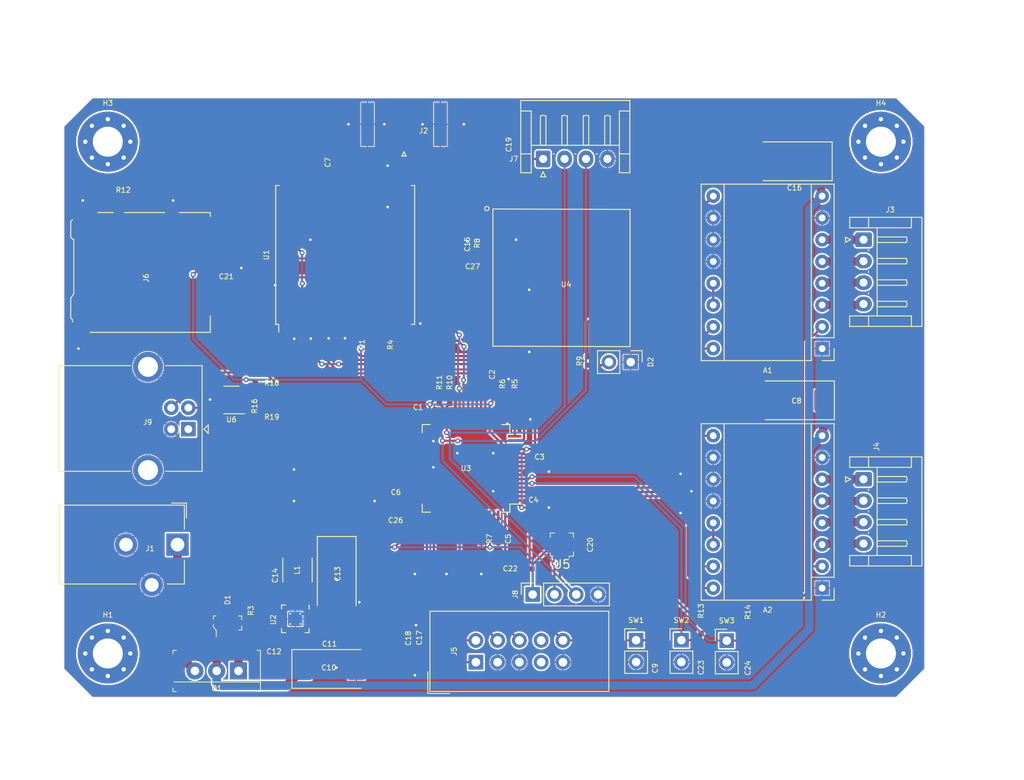
<source format=kicad_pcb>
(kicad_pcb (version 20171130) (host pcbnew "(5.1.0-0)")
  (layers (0 F.Cu signal) (31 B.Cu signal) (34 B.Paste user) (35 F.Paste user) (36 B.SilkS user) (37 F.SilkS user) (38 B.Mask user) (39 F.Mask user) (44 Edge.Cuts user))
  (net 0 "")
  (net 1 /XY_DiR)
  (net 2 12V)
  (net 3 /XY_STP)
  (net 4 GND)
  (net 5 "Net-(A1-Pad13)")
  (net 6 "Net-(A1-Pad6)")
  (net 7 "Net-(A1-Pad5)")
  (net 8 "Net-(A1-Pad4)")
  (net 9 "Net-(A1-Pad3)")
  (net 10 +3V3)
  (net 11 /XY_EN)
  (net 12 /Z_DiR)
  (net 13 /Z_STP)
  (net 14 "Net-(A2-Pad13)")
  (net 15 "Net-(A2-Pad6)")
  (net 16 "Net-(A2-Pad5)")
  (net 17 "Net-(A2-Pad4)")
  (net 18 "Net-(A2-Pad3)")
  (net 19 /Z_EN)
  (net 20 /RST)
  (net 21 "Net-(C12-Pad1)")
  (net 22 /Button_1)
  (net 23 /Button_2)
  (net 24 "Net-(D1-Pad2)")
  (net 25 "Net-(D2-Pad2)")
  (net 26 "Net-(J1-Pad1)")
  (net 27 "Net-(J2-Pad1)")
  (net 28 "Net-(J5-Pad8)")
  (net 29 "Net-(J5-Pad7)")
  (net 30 /SWO)
  (net 31 /TCK)
  (net 32 /TMS)
  (net 33 /SD_CD)
  (net 34 /MISO)
  (net 35 /SCK)
  (net 36 /MOSI)
  (net 37 /SD_CS)
  (net 38 "Net-(J6-Pad1)")
  (net 39 "Net-(J6-Pad8)")
  (net 40 /SDA)
  (net 41 /SCL)
  (net 42 "Net-(J9-Pad3)")
  (net 43 "Net-(J9-Pad2)")
  (net 44 "Net-(J9-Pad1)")
  (net 45 "Net-(L1-Pad1)")
  (net 46 /RFM_RST)
  (net 47 /RFM_CS)
  (net 48 "Net-(R5-Pad2)")
  (net 49 /TX)
  (net 50 "Net-(R6-Pad2)")
  (net 51 /RX)
  (net 52 "Net-(R7-Pad1)")
  (net 53 /GPS_RST)
  (net 54 "Net-(R9-Pad1)")
  (net 55 /DP)
  (net 56 /DM)
  (net 57 "Net-(U1-Pad16)")
  (net 58 "Net-(U1-Pad15)")
  (net 59 /RFM_INT)
  (net 60 "Net-(U1-Pad12)")
  (net 61 "Net-(U1-Pad11)")
  (net 62 "Net-(U1-Pad7)")
  (net 63 "Net-(U3-Pad62)")
  (net 64 "Net-(U3-Pad61)")
  (net 65 "Net-(U3-Pad59)")
  (net 66 "Net-(U3-Pad58)")
  (net 67 "Net-(U3-Pad57)")
  (net 68 "Net-(U3-Pad56)")
  (net 69 "Net-(U3-Pad54)")
  (net 70 "Net-(U3-Pad53)")
  (net 71 "Net-(U3-Pad52)")
  (net 72 "Net-(U3-Pad51)")
  (net 73 "Net-(U3-Pad40)")
  (net 74 "Net-(U3-Pad36)")
  (net 75 "Net-(U3-Pad28)")
  (net 76 "Net-(U3-Pad27)")
  (net 77 "Net-(U3-Pad14)")
  (net 78 "Net-(U3-Pad8)")
  (net 79 "Net-(U4-Pad16)")
  (net 80 "Net-(U4-Pad18)")
  (net 81 "Net-(U4-Pad14)")
  (net 82 "Net-(U4-Pad15)")
  (net 83 "Net-(U4-Pad11)")
  (net 84 "Net-(U4-Pad20)")
  (net 85 "Net-(U4-Pad17)")
  (net 86 "Net-(U4-Pad7)")
  (net 87 "Net-(U4-Pad6)")
  (net 88 "Net-(U4-Pad5)")
  (net 89 "Net-(U6-Pad3)")
  (net 90 "Net-(U6-Pad1)")
  (net 91 "Net-(H1-Pad1)")
  (net 92 "Net-(H2-Pad1)")
  (net 93 "Net-(H3-Pad1)")
  (net 94 "Net-(H4-Pad1)")
  (net 95 "Net-(U3-Pad42)")
  (net 96 "Net-(U3-Pad41)")
  (net 97 "Net-(U3-Pad39)")
  (net 98 "Net-(U3-Pad38)")
  (net 99 "Net-(U3-Pad37)")
  (net 100 "Net-(U3-Pad50)")
  (net 101 "Net-(U3-Pad35)")
  (net 102 "Net-(U3-Pad34)")
  (net 103 "Net-(U3-Pad33)")
  (module digikey-footprints:Pressure_Sensor_LGA-8_2.5x2.5mm_BME280 (layer F.Cu) (at 91.059 95.25 180)
    (fp_text reference U5 (at 0 -2.3 180) (layer F.SilkS))
    (fp_text value BME280)
    (pad 8 smd rect (at -0.975 1.024999 180) (size 0.35 0.5) (layers F.Cu F.Paste F.Mask) (net 10 +3V3))
    (pad 7 smd rect (at -0.325 1.024999 180) (size 0.35 0.5) (layers F.Cu F.Paste F.Mask) (net 4 GND))
    (pad 6 smd rect (at 0.325 1.024999 180) (size 0.35 0.5) (layers F.Cu F.Paste F.Mask) (net 10 +3V3))
    (pad 5 smd rect (at 0.975 1.024999 180) (size 0.35 0.5) (layers F.Cu F.Paste F.Mask) (net 4 GND))
    (pad 4 smd rect (at 0.975 -1.025 180) (size 0.35 0.5) (layers F.Cu F.Paste F.Mask) (net 41 /SCL))
    (pad 3 smd rect (at 0.325 -1.025 180) (size 0.35 0.5) (layers F.Cu F.Paste F.Mask) (net 40 /SDA))
    (pad 2 smd rect (at -0.325 -1.025 180) (size 0.35 0.5) (layers F.Cu F.Paste F.Mask) (net 10 +3V3))
    (pad 1 smd rect (at -0.975 -1.025 180) (size 0.35 0.5) (layers F.Cu F.Paste F.Mask) (net 4 GND))
  )
  (module Capacitor_SMD:C_0402_1005Metric (layer F.Cu) (at 87.10676 98.08732 180)
    (fp_text reference C22 (at 2.06248 0.03316 180) (layer F.SilkS) (effects (font (size 0.6 0.6) (thickness 0.1))))
    (fp_text value 10u)
    (pad 2 smd roundrect (at 0.485 0 180) (size 0.59 0.64) (layers F.Cu F.Paste F.Mask) (net 4 GND))
    (pad 1 smd roundrect (at -0.485 0 180) (size 0.59 0.64) (layers F.Cu F.Paste F.Mask) (net 10 +3V3))
  )
  (module Capacitor_SMD:C_0402_1005Metric (layer F.Cu) (at 84.85124 50.63998 90)
    (fp_text reference C19 (at 2.0447 0.01524 90) (layer F.SilkS) (effects (font (size 0.6 0.6) (thickness 0.1))))
    (fp_text value 10u)
    (pad 2 smd roundrect (at 0.485 0 90) (size 0.59 0.64) (layers F.Cu F.Paste F.Mask) (net 4 GND))
    (pad 1 smd roundrect (at -0.485 0 90) (size 0.59 0.64) (layers F.Cu F.Paste F.Mask) (net 10 +3V3))
  )
  (module Connector_PinHeader_2.54mm:PinHeader_1x02_P2.54mm_Vertical (layer F.Cu) (at 99.7204 106.4006)
    (fp_text reference SW1 (at 0 -2.33) (layer F.SilkS) (effects (font (size 0.6 0.6) (thickness 0.1))))
    (fp_text value SW_Push)
    (pad 2 thru_hole oval (at 0 2.54) (size 1.7 1.7) (drill 1) (layers *.Cu *.Mask) (net 4 GND))
    (pad 1 thru_hole rect (at 0 0) (size 1.7 1.7) (drill 1) (layers *.Cu *.Mask) (net 20 /RST))
  )
  (module Capacitor_SMD:C_0402_1005Metric (layer F.Cu) (at 80.645 61.849 180)
    (fp_text reference C27 (at 0 -0.9652 180) (layer F.SilkS) (effects (font (size 0.6 0.6) (thickness 0.1))))
    (fp_text value 10u)
    (pad 2 smd roundrect (at 0.485 0 180) (size 0.59 0.64) (layers F.Cu F.Paste F.Mask) (net 4 GND))
    (pad 1 smd roundrect (at -0.485 0 180) (size 0.59 0.64) (layers F.Cu F.Paste F.Mask) (net 10 +3V3))
  )
  (module Connector_PinSocket_2.54mm:PinSocket_1x04_P2.54mm_Vertical (layer F.Cu) (at 87.6554 101.0666 90)
    (fp_text reference J8 (at 0 -2.032 90) (layer F.SilkS) (effects (font (size 0.6 0.6) (thickness 0.1))))
    (fp_text value Display)
    (pad 4 thru_hole oval (at 0 7.62 90) (size 1.7 1.7) (drill 1) (layers *.Cu *.Mask) (net 4 GND))
    (pad 3 thru_hole oval (at 0 5.08 90) (size 1.7 1.7) (drill 1) (layers *.Cu *.Mask) (net 40 /SDA))
    (pad 2 thru_hole oval (at 0 2.54 90) (size 1.7 1.7) (drill 1) (layers *.Cu *.Mask) (net 41 /SCL))
    (pad 1 thru_hole rect (at 0 0 90) (size 1.7 1.7) (drill 1) (layers *.Cu *.Mask) (net 10 +3V3))
  )
  (module Connector_PinHeader_2.54mm:PinHeader_1x02_P2.54mm_Vertical (layer F.Cu) (at 99.0854 73.9648 270)
    (fp_text reference D2 (at 0 -2.33 270) (layer F.SilkS) (effects (font (size 0.6 0.6) (thickness 0.1))))
    (fp_text value Blue)
    (pad 2 thru_hole oval (at 0 2.54 270) (size 1.7 1.7) (drill 1) (layers *.Cu *.Mask) (net 25 "Net-(D2-Pad2)"))
    (pad 1 thru_hole rect (at 0 0 270) (size 1.7 1.7) (drill 1) (layers *.Cu *.Mask) (net 4 GND))
  )
  (module MountingHole:MountingHole_3.5mm_Pad_Via (layer F.Cu) (at 128.27 48.26)
    (fp_text reference H4 (at 0 -4.5) (layer F.SilkS) (effects (font (size 0.6 0.6) (thickness 0.1))))
    (fp_text value MountingHole_3.5)
    (pad 1 thru_hole circle (at 1.856155 -1.856155) (size 0.8 0.8) (drill 0.5) (layers *.Cu *.Mask) (net 94 "Net-(H4-Pad1)"))
    (pad 1 thru_hole circle (at 0 -2.625) (size 0.8 0.8) (drill 0.5) (layers *.Cu *.Mask) (net 94 "Net-(H4-Pad1)"))
    (pad 1 thru_hole circle (at -1.856155 -1.856155) (size 0.8 0.8) (drill 0.5) (layers *.Cu *.Mask) (net 94 "Net-(H4-Pad1)"))
    (pad 1 thru_hole circle (at -2.625 0) (size 0.8 0.8) (drill 0.5) (layers *.Cu *.Mask) (net 94 "Net-(H4-Pad1)"))
    (pad 1 thru_hole circle (at -1.856155 1.856155) (size 0.8 0.8) (drill 0.5) (layers *.Cu *.Mask) (net 94 "Net-(H4-Pad1)"))
    (pad 1 thru_hole circle (at 0 2.625) (size 0.8 0.8) (drill 0.5) (layers *.Cu *.Mask) (net 94 "Net-(H4-Pad1)"))
    (pad 1 thru_hole circle (at 1.856155 1.856155) (size 0.8 0.8) (drill 0.5) (layers *.Cu *.Mask) (net 94 "Net-(H4-Pad1)"))
    (pad 1 thru_hole circle (at 2.625 0) (size 0.8 0.8) (drill 0.5) (layers *.Cu *.Mask) (net 94 "Net-(H4-Pad1)"))
    (pad 1 thru_hole circle (at 0 0) (size 7 7) (drill 3.5) (layers *.Cu *.Mask) (net 94 "Net-(H4-Pad1)"))
  )
  (module MountingHole:MountingHole_3.5mm_Pad_Via (layer F.Cu) (at 38.1 48.26)
    (fp_text reference H3 (at 0 -4.5) (layer F.SilkS) (effects (font (size 0.6 0.6) (thickness 0.1))))
    (fp_text value MountingHole_3.5)
    (pad 1 thru_hole circle (at 1.856155 -1.856155) (size 0.8 0.8) (drill 0.5) (layers *.Cu *.Mask) (net 93 "Net-(H3-Pad1)"))
    (pad 1 thru_hole circle (at 0 -2.625) (size 0.8 0.8) (drill 0.5) (layers *.Cu *.Mask) (net 93 "Net-(H3-Pad1)"))
    (pad 1 thru_hole circle (at -1.856155 -1.856155) (size 0.8 0.8) (drill 0.5) (layers *.Cu *.Mask) (net 93 "Net-(H3-Pad1)"))
    (pad 1 thru_hole circle (at -2.625 0) (size 0.8 0.8) (drill 0.5) (layers *.Cu *.Mask) (net 93 "Net-(H3-Pad1)"))
    (pad 1 thru_hole circle (at -1.856155 1.856155) (size 0.8 0.8) (drill 0.5) (layers *.Cu *.Mask) (net 93 "Net-(H3-Pad1)"))
    (pad 1 thru_hole circle (at 0 2.625) (size 0.8 0.8) (drill 0.5) (layers *.Cu *.Mask) (net 93 "Net-(H3-Pad1)"))
    (pad 1 thru_hole circle (at 1.856155 1.856155) (size 0.8 0.8) (drill 0.5) (layers *.Cu *.Mask) (net 93 "Net-(H3-Pad1)"))
    (pad 1 thru_hole circle (at 2.625 0) (size 0.8 0.8) (drill 0.5) (layers *.Cu *.Mask) (net 93 "Net-(H3-Pad1)"))
    (pad 1 thru_hole circle (at 0 0) (size 7 7) (drill 3.5) (layers *.Cu *.Mask) (net 93 "Net-(H3-Pad1)"))
  )
  (module MountingHole:MountingHole_3.5mm_Pad_Via (layer F.Cu) (at 128.27 107.95)
    (fp_text reference H2 (at 0 -4.5) (layer F.SilkS) (effects (font (size 0.6 0.6) (thickness 0.1))))
    (fp_text value MountingHole_3.5)
    (pad 1 thru_hole circle (at 1.856155 -1.856155) (size 0.8 0.8) (drill 0.5) (layers *.Cu *.Mask) (net 92 "Net-(H2-Pad1)"))
    (pad 1 thru_hole circle (at 0 -2.625) (size 0.8 0.8) (drill 0.5) (layers *.Cu *.Mask) (net 92 "Net-(H2-Pad1)"))
    (pad 1 thru_hole circle (at -1.856155 -1.856155) (size 0.8 0.8) (drill 0.5) (layers *.Cu *.Mask) (net 92 "Net-(H2-Pad1)"))
    (pad 1 thru_hole circle (at -2.625 0) (size 0.8 0.8) (drill 0.5) (layers *.Cu *.Mask) (net 92 "Net-(H2-Pad1)"))
    (pad 1 thru_hole circle (at -1.856155 1.856155) (size 0.8 0.8) (drill 0.5) (layers *.Cu *.Mask) (net 92 "Net-(H2-Pad1)"))
    (pad 1 thru_hole circle (at 0 2.625) (size 0.8 0.8) (drill 0.5) (layers *.Cu *.Mask) (net 92 "Net-(H2-Pad1)"))
    (pad 1 thru_hole circle (at 1.856155 1.856155) (size 0.8 0.8) (drill 0.5) (layers *.Cu *.Mask) (net 92 "Net-(H2-Pad1)"))
    (pad 1 thru_hole circle (at 2.625 0) (size 0.8 0.8) (drill 0.5) (layers *.Cu *.Mask) (net 92 "Net-(H2-Pad1)"))
    (pad 1 thru_hole circle (at 0 0) (size 7 7) (drill 3.5) (layers *.Cu *.Mask) (net 92 "Net-(H2-Pad1)"))
  )
  (module MountingHole:MountingHole_3.5mm_Pad_Via (layer F.Cu) (at 38.1 107.95)
    (fp_text reference H1 (at 0 -4.5) (layer F.SilkS) (effects (font (size 0.6 0.6) (thickness 0.1))))
    (fp_text value MountingHole_3.5)
    (pad 1 thru_hole circle (at 1.856155 -1.856155) (size 0.8 0.8) (drill 0.5) (layers *.Cu *.Mask) (net 91 "Net-(H1-Pad1)"))
    (pad 1 thru_hole circle (at 0 -2.625) (size 0.8 0.8) (drill 0.5) (layers *.Cu *.Mask) (net 91 "Net-(H1-Pad1)"))
    (pad 1 thru_hole circle (at -1.856155 -1.856155) (size 0.8 0.8) (drill 0.5) (layers *.Cu *.Mask) (net 91 "Net-(H1-Pad1)"))
    (pad 1 thru_hole circle (at -2.625 0) (size 0.8 0.8) (drill 0.5) (layers *.Cu *.Mask) (net 91 "Net-(H1-Pad1)"))
    (pad 1 thru_hole circle (at -1.856155 1.856155) (size 0.8 0.8) (drill 0.5) (layers *.Cu *.Mask) (net 91 "Net-(H1-Pad1)"))
    (pad 1 thru_hole circle (at 0 2.625) (size 0.8 0.8) (drill 0.5) (layers *.Cu *.Mask) (net 91 "Net-(H1-Pad1)"))
    (pad 1 thru_hole circle (at 1.856155 1.856155) (size 0.8 0.8) (drill 0.5) (layers *.Cu *.Mask) (net 91 "Net-(H1-Pad1)"))
    (pad 1 thru_hole circle (at 2.625 0) (size 0.8 0.8) (drill 0.5) (layers *.Cu *.Mask) (net 91 "Net-(H1-Pad1)"))
    (pad 1 thru_hole circle (at 0 0) (size 7 7) (drill 3.5) (layers *.Cu *.Mask) (net 91 "Net-(H1-Pad1)"))
  )
  (module Capacitor_SMD:C_0402_1005Metric (layer F.Cu) (at 71.6685 91.2495 180)
    (fp_text reference C26 (at 0 -1.17 180) (layer F.SilkS) (effects (font (size 0.6 0.6) (thickness 0.1))))
    (fp_text value 4.7u)
    (pad 2 smd roundrect (at 0.485 0 180) (size 0.59 0.64) (layers F.Cu F.Paste F.Mask) (net 4 GND))
    (pad 1 smd roundrect (at -0.485 0 180) (size 0.59 0.64) (layers F.Cu F.Paste F.Mask) (net 10 +3V3))
  )
  (module Capacitor_SMD:C_0402_1005Metric (layer F.Cu) (at 112.7506 107.6428 270)
    (fp_text reference C24 (at 2.009 0 270) (layer F.SilkS) (effects (font (size 0.6 0.6) (thickness 0.1))))
    (fp_text value 100n)
    (pad 2 smd roundrect (at 0.485 0 270) (size 0.59 0.64) (layers F.Cu F.Paste F.Mask) (net 4 GND))
    (pad 1 smd roundrect (at -0.485 0 270) (size 0.59 0.64) (layers F.Cu F.Paste F.Mask) (net 23 /Button_2))
  )
  (module Capacitor_SMD:C_0402_1005Metric (layer F.Cu) (at 107.2896 107.6452 270)
    (fp_text reference C23 (at 1.9558 0 270) (layer F.SilkS) (effects (font (size 0.6 0.6) (thickness 0.1))))
    (fp_text value 100n)
    (pad 2 smd roundrect (at 0.485 0 270) (size 0.59 0.64) (layers F.Cu F.Paste F.Mask) (net 4 GND))
    (pad 1 smd roundrect (at -0.485 0 270) (size 0.59 0.64) (layers F.Cu F.Paste F.Mask) (net 22 /Button_1))
  )
  (module Capacitor_SMD:C_0402_1005Metric (layer F.Cu) (at 51.8946 62.992)
    (fp_text reference C21 (at 0.023 0.9906) (layer F.SilkS) (effects (font (size 0.6 0.6) (thickness 0.1))))
    (fp_text value 100n)
    (pad 2 smd roundrect (at 0.485 0) (size 0.59 0.64) (layers F.Cu F.Paste F.Mask) (net 4 GND))
    (pad 1 smd roundrect (at -0.485 0) (size 0.59 0.64) (layers F.Cu F.Paste F.Mask) (net 10 +3V3))
  )
  (module Capacitor_SMD:C_0402_1005Metric (layer F.Cu) (at 93.1926 95.2778 270)
    (fp_text reference C20 (at 0 -1.17 270) (layer F.SilkS) (effects (font (size 0.6 0.6) (thickness 0.1))))
    (fp_text value 100n)
    (pad 2 smd roundrect (at 0.485 0 270) (size 0.59 0.64) (layers F.Cu F.Paste F.Mask) (net 4 GND))
    (pad 1 smd roundrect (at -0.485 0 270) (size 0.59 0.64) (layers F.Cu F.Paste F.Mask) (net 10 +3V3))
  )
  (module Capacitor_SMD:C_0402_1005Metric (layer F.Cu) (at 73.152 108.435 90)
    (fp_text reference C18 (at 2.263 0 90) (layer F.SilkS) (effects (font (size 0.6 0.6) (thickness 0.1))))
    (fp_text value 100n)
    (pad 2 smd roundrect (at 0.485 0 90) (size 0.59 0.64) (layers F.Cu F.Paste F.Mask) (net 4 GND))
    (pad 1 smd roundrect (at -0.485 0 90) (size 0.59 0.64) (layers F.Cu F.Paste F.Mask) (net 10 +3V3))
  )
  (module Capacitor_SMD:C_0402_1005Metric (layer F.Cu) (at 74.422 108.435 90)
    (fp_text reference C17 (at 2.309 0 90) (layer F.SilkS) (effects (font (size 0.6 0.6) (thickness 0.1))))
    (fp_text value 1u)
    (pad 2 smd roundrect (at 0.485 0 90) (size 0.59 0.64) (layers F.Cu F.Paste F.Mask) (net 4 GND))
    (pad 1 smd roundrect (at -0.485 0 90) (size 0.59 0.64) (layers F.Cu F.Paste F.Mask) (net 10 +3V3))
  )
  (module Capacitor_SMD:C_0402_1005Metric (layer F.Cu) (at 80.0354 58.3438 270)
    (fp_text reference C15 (at 1.8796 0 270) (layer F.SilkS) (effects (font (size 0.6 0.6) (thickness 0.1))))
    (fp_text value 100n)
    (pad 2 smd roundrect (at 0.485 0 270) (size 0.59 0.64) (layers F.Cu F.Paste F.Mask) (net 4 GND))
    (pad 1 smd roundrect (at -0.485 0 270) (size 0.59 0.64) (layers F.Cu F.Paste F.Mask) (net 10 +3V3))
  )
  (module Capacitor_SMD:C_0402_1005Metric (layer F.Cu) (at 57.6072 96.8272 270)
    (fp_text reference C14 (at 2.032 0 270) (layer F.SilkS) (effects (font (size 0.6 0.6) (thickness 0.1))))
    (fp_text value 100n)
    (pad 2 smd roundrect (at 0.485 0 270) (size 0.59 0.64) (layers F.Cu F.Paste F.Mask) (net 4 GND))
    (pad 1 smd roundrect (at -0.485 0 270) (size 0.59 0.64) (layers F.Cu F.Paste F.Mask) (net 10 +3V3))
  )
  (module Capacitor_SMD:C_0402_1005Metric (layer F.Cu) (at 57.4802 106.553 180)
    (fp_text reference C12 (at 0 -1.17 180) (layer F.SilkS) (effects (font (size 0.6 0.6) (thickness 0.1))))
    (fp_text value 3.3n)
    (pad 2 smd roundrect (at 0.485 0 180) (size 0.59 0.64) (layers F.Cu F.Paste F.Mask) (net 4 GND))
    (pad 1 smd roundrect (at -0.485 0 180) (size 0.59 0.64) (layers F.Cu F.Paste F.Mask) (net 21 "Net-(C12-Pad1)"))
  )
  (module Capacitor_SMD:C_0402_1005Metric (layer F.Cu) (at 62.0498 106.7816)
    (fp_text reference C11 (at 1.9026 0.0508) (layer F.SilkS) (effects (font (size 0.6 0.6) (thickness 0.1))))
    (fp_text value 100n)
    (pad 2 smd roundrect (at 0.485 0) (size 0.59 0.64) (layers F.Cu F.Paste F.Mask) (net 4 GND))
    (pad 1 smd roundrect (at -0.485 0) (size 0.59 0.64) (layers F.Cu F.Paste F.Mask) (net 2 12V))
  )
  (module Capacitor_SMD:C_0402_1005Metric (layer F.Cu) (at 102.0572 107.6428 270)
    (fp_text reference C9 (at 2.032 0.127 270) (layer F.SilkS) (effects (font (size 0.6 0.6) (thickness 0.1))))
    (fp_text value 100n)
    (pad 2 smd roundrect (at 0.485 0 270) (size 0.59 0.64) (layers F.Cu F.Paste F.Mask) (net 4 GND))
    (pad 1 smd roundrect (at -0.485 0 270) (size 0.59 0.64) (layers F.Cu F.Paste F.Mask) (net 20 /RST))
  )
  (module Capacitor_SMD:C_0402_1005Metric (layer F.Cu) (at 64.77 50.7135 90)
    (fp_text reference C7 (at 0.0405 -1.016 90) (layer F.SilkS) (effects (font (size 0.6 0.6) (thickness 0.1))))
    (fp_text value 100n)
    (pad 2 smd roundrect (at 0.485 0 90) (size 0.59 0.64) (layers F.Cu F.Paste F.Mask) (net 4 GND))
    (pad 1 smd roundrect (at -0.485 0 90) (size 0.59 0.64) (layers F.Cu F.Paste F.Mask) (net 10 +3V3))
  )
  (module Capacitor_SMD:C_0402_1005Metric (layer F.Cu) (at 71.6685 90.1065 180)
    (fp_text reference C6 (at -0.023 0.9525 180) (layer F.SilkS) (effects (font (size 0.6 0.6) (thickness 0.1))))
    (fp_text value 100n)
    (pad 2 smd roundrect (at 0.485 0 180) (size 0.59 0.64) (layers F.Cu F.Paste F.Mask) (net 4 GND))
    (pad 1 smd roundrect (at -0.485 0 180) (size 0.59 0.64) (layers F.Cu F.Paste F.Mask) (net 10 +3V3))
  )
  (module Capacitor_SMD:C_0402_1005Metric (layer F.Cu) (at 83.6295 94.5745 270)
    (fp_text reference C5 (at 0 -1.17 270) (layer F.SilkS) (effects (font (size 0.6 0.6) (thickness 0.1))))
    (fp_text value 100n)
    (pad 2 smd roundrect (at 0.485 0 270) (size 0.59 0.64) (layers F.Cu F.Paste F.Mask) (net 4 GND))
    (pad 1 smd roundrect (at -0.485 0 270) (size 0.59 0.64) (layers F.Cu F.Paste F.Mask) (net 10 +3V3))
  )
  (module Capacitor_SMD:C_0402_1005Metric (layer F.Cu) (at 87.7848 90.932)
    (fp_text reference C4 (at -0.0278 -0.889) (layer F.SilkS) (effects (font (size 0.6 0.6) (thickness 0.1))))
    (fp_text value 100n)
    (pad 2 smd roundrect (at 0.485 0) (size 0.59 0.64) (layers F.Cu F.Paste F.Mask) (net 4 GND))
    (pad 1 smd roundrect (at -0.485 0) (size 0.59 0.64) (layers F.Cu F.Paste F.Mask) (net 10 +3V3))
  )
  (module Capacitor_SMD:C_0402_1005Metric (layer F.Cu) (at 88.415 84.074)
    (fp_text reference C3 (at 0.0405 0.9525) (layer F.SilkS) (effects (font (size 0.6 0.6) (thickness 0.1))))
    (fp_text value 100n)
    (pad 2 smd roundrect (at 0.485 0) (size 0.59 0.64) (layers F.Cu F.Paste F.Mask) (net 4 GND))
    (pad 1 smd roundrect (at -0.485 0) (size 0.59 0.64) (layers F.Cu F.Paste F.Mask) (net 10 +3V3))
  )
  (module Capacitor_SMD:C_0402_1005Metric (layer F.Cu) (at 82.9564 77.2692 90)
    (fp_text reference C2 (at 1.8518 -0.0254 90) (layer F.SilkS) (effects (font (size 0.6 0.6) (thickness 0.1))))
    (fp_text value 100n)
    (pad 2 smd roundrect (at 0.485 0 90) (size 0.59 0.64) (layers F.Cu F.Paste F.Mask) (net 4 GND))
    (pad 1 smd roundrect (at -0.485 0 90) (size 0.59 0.64) (layers F.Cu F.Paste F.Mask) (net 10 +3V3))
  )
  (module Capacitor_SMD:C_0402_1005Metric (layer F.Cu) (at 74.3482 80.137 180)
    (fp_text reference C1 (at 0.0532 0.889 180) (layer F.SilkS) (effects (font (size 0.6 0.6) (thickness 0.1))))
    (fp_text value 100n)
    (pad 2 smd roundrect (at 0.485 0 180) (size 0.59 0.64) (layers F.Cu F.Paste F.Mask) (net 4 GND))
    (pad 1 smd roundrect (at -0.485 0 180) (size 0.59 0.64) (layers F.Cu F.Paste F.Mask) (net 10 +3V3))
  )
  (module Package_TO_SOT_SMD:SOT-23-6 (layer F.Cu) (at 52.5272 78.3844 180)
    (fp_text reference U6 (at 0 -2.286 180) (layer F.SilkS) (effects (font (size 0.6 0.6) (thickness 0.1))))
    (fp_text value SN65220)
    (pad 5 smd rect (at 1.1 0 180) (size 1.06 0.65) (layers F.Cu F.Paste F.Mask) (net 4 GND))
    (pad 6 smd rect (at 1.1 -0.95 180) (size 1.06 0.65) (layers F.Cu F.Paste F.Mask) (net 43 "Net-(J9-Pad2)"))
    (pad 4 smd rect (at 1.1 0.95 180) (size 1.06 0.65) (layers F.Cu F.Paste F.Mask) (net 42 "Net-(J9-Pad3)"))
    (pad 3 smd rect (at -1.1 0.95 180) (size 1.06 0.65) (layers F.Cu F.Paste F.Mask) (net 89 "Net-(U6-Pad3)"))
    (pad 2 smd rect (at -1.1 0 180) (size 1.06 0.65) (layers F.Cu F.Paste F.Mask) (net 4 GND))
    (pad 1 smd rect (at -1.1 -0.95 180) (size 1.06 0.65) (layers F.Cu F.Paste F.Mask) (net 90 "Net-(U6-Pad1)"))
  )
  (module RF_GPS:PA6H_GPS (layer F.Cu) (at 91.3638 64.0588)
    (fp_text reference U4 (at 0.2 0.85) (layer F.SilkS) (effects (font (size 0.6 0.6) (thickness 0.1))))
    (fp_text value PA6H)
    (pad 16 smd rect (at 7.65 -0.65) (size 2 1) (layers F.Cu F.Paste F.Mask) (net 79 "Net-(U4-Pad16)"))
    (pad 18 smd rect (at 7.65 -3.65) (size 2 1) (layers F.Cu F.Paste F.Mask) (net 80 "Net-(U4-Pad18)"))
    (pad 14 smd rect (at 7.65 2.35) (size 2 1) (layers F.Cu F.Paste F.Mask) (net 81 "Net-(U4-Pad14)"))
    (pad 15 smd rect (at 7.65 0.85) (size 2 1) (layers F.Cu F.Paste F.Mask) (net 82 "Net-(U4-Pad15)"))
    (pad 11 smd rect (at 7.65 6.85) (size 2 1) (layers F.Cu F.Paste F.Mask) (net 83 "Net-(U4-Pad11)"))
    (pad 20 smd rect (at 7.65 -6.65) (size 2 1) (layers F.Cu F.Paste F.Mask) (net 84 "Net-(U4-Pad20)"))
    (pad 19 smd rect (at 7.65 -5.15) (size 2 1) (layers F.Cu F.Paste F.Mask) (net 4 GND))
    (pad 12 smd rect (at 7.65 5.35) (size 2 1) (layers F.Cu F.Paste F.Mask) (net 4 GND))
    (pad 13 smd rect (at 7.65 3.85) (size 2 1) (layers F.Cu F.Paste F.Mask) (net 54 "Net-(R9-Pad1)"))
    (pad 17 smd rect (at 7.65 -2.15) (size 2 1) (layers F.Cu F.Paste F.Mask) (net 85 "Net-(U4-Pad17)"))
    (pad 10 smd rect (at -8.35 6.8) (size 2 1) (layers F.Cu F.Paste F.Mask) (net 49 /TX))
    (pad 9 smd rect (at -8.35 5.3) (size 2 1) (layers F.Cu F.Paste F.Mask) (net 51 /RX))
    (pad 8 smd rect (at -8.35 3.8) (size 2 1) (layers F.Cu F.Paste F.Mask) (net 4 GND))
    (pad 7 smd rect (at -8.35 2.3) (size 2 1) (layers F.Cu F.Paste F.Mask) (net 86 "Net-(U4-Pad7)"))
    (pad 6 smd rect (at -8.35 0.8) (size 2 1) (layers F.Cu F.Paste F.Mask) (net 87 "Net-(U4-Pad6)"))
    (pad 5 smd rect (at -8.35 -0.7) (size 2 1) (layers F.Cu F.Paste F.Mask) (net 88 "Net-(U4-Pad5)"))
    (pad 4 smd rect (at -8.35 -2.2) (size 2 1) (layers F.Cu F.Paste F.Mask) (net 10 +3V3))
    (pad 3 smd rect (at -8.35 -3.7) (size 2 1) (layers F.Cu F.Paste F.Mask) (net 4 GND))
    (pad 2 smd rect (at -8.35 -5.2) (size 2 1) (layers F.Cu F.Paste F.Mask) (net 53 /GPS_RST))
    (pad 1 smd rect (at -8.35 -6.7) (size 2 1) (layers F.Cu F.Paste F.Mask) (net 10 +3V3))
  )
  (module Package_QFP:LQFP-64_10x10mm_P0.5mm (layer F.Cu) (at 79.883 86.36 180)
    (fp_text reference U3 (at 0 0 180) (layer F.SilkS) (effects (font (size 0.6 0.6) (thickness 0.1))))
    (fp_text value STM32F103RBTx)
    (pad 64 smd roundrect (at -3.75 -5.675 180) (size 0.3 1.55) (layers F.Cu F.Paste F.Mask) (net 10 +3V3))
    (pad 63 smd roundrect (at -3.25 -5.675 180) (size 0.3 1.55) (layers F.Cu F.Paste F.Mask) (net 4 GND))
    (pad 62 smd roundrect (at -2.75 -5.675 180) (size 0.3 1.55) (layers F.Cu F.Paste F.Mask) (net 63 "Net-(U3-Pad62)"))
    (pad 61 smd roundrect (at -2.25 -5.675 180) (size 0.3 1.55) (layers F.Cu F.Paste F.Mask) (net 64 "Net-(U3-Pad61)"))
    (pad 60 smd roundrect (at -1.75 -5.675 180) (size 0.3 1.55) (layers F.Cu F.Paste F.Mask) (net 52 "Net-(R7-Pad1)"))
    (pad 59 smd roundrect (at -1.25 -5.675 180) (size 0.3 1.55) (layers F.Cu F.Paste F.Mask) (net 65 "Net-(U3-Pad59)"))
    (pad 58 smd roundrect (at -0.75 -5.675 180) (size 0.3 1.55) (layers F.Cu F.Paste F.Mask) (net 66 "Net-(U3-Pad58)"))
    (pad 57 smd roundrect (at -0.25 -5.675 180) (size 0.3 1.55) (layers F.Cu F.Paste F.Mask) (net 67 "Net-(U3-Pad57)"))
    (pad 56 smd roundrect (at 0.25 -5.675 180) (size 0.3 1.55) (layers F.Cu F.Paste F.Mask) (net 68 "Net-(U3-Pad56)"))
    (pad 55 smd roundrect (at 0.75 -5.675 180) (size 0.3 1.55) (layers F.Cu F.Paste F.Mask) (net 30 /SWO))
    (pad 54 smd roundrect (at 1.25 -5.675 180) (size 0.3 1.55) (layers F.Cu F.Paste F.Mask) (net 69 "Net-(U3-Pad54)"))
    (pad 53 smd roundrect (at 1.75 -5.675 180) (size 0.3 1.55) (layers F.Cu F.Paste F.Mask) (net 70 "Net-(U3-Pad53)"))
    (pad 52 smd roundrect (at 2.25 -5.675 180) (size 0.3 1.55) (layers F.Cu F.Paste F.Mask) (net 71 "Net-(U3-Pad52)"))
    (pad 51 smd roundrect (at 2.75 -5.675 180) (size 0.3 1.55) (layers F.Cu F.Paste F.Mask) (net 72 "Net-(U3-Pad51)"))
    (pad 50 smd roundrect (at 3.25 -5.675 180) (size 0.3 1.55) (layers F.Cu F.Paste F.Mask) (net 100 "Net-(U3-Pad50)"))
    (pad 49 smd roundrect (at 3.75 -5.675 180) (size 0.3 1.55) (layers F.Cu F.Paste F.Mask) (net 31 /TCK))
    (pad 48 smd roundrect (at 5.675 -3.75 180) (size 1.55 0.3) (layers F.Cu F.Paste F.Mask) (net 10 +3V3))
    (pad 47 smd roundrect (at 5.675 -3.25 180) (size 1.55 0.3) (layers F.Cu F.Paste F.Mask) (net 4 GND))
    (pad 46 smd roundrect (at 5.675 -2.75 180) (size 1.55 0.3) (layers F.Cu F.Paste F.Mask) (net 32 /TMS))
    (pad 45 smd roundrect (at 5.675 -2.25 180) (size 1.55 0.3) (layers F.Cu F.Paste F.Mask) (net 56 /DM))
    (pad 44 smd roundrect (at 5.675 -1.75 180) (size 1.55 0.3) (layers F.Cu F.Paste F.Mask) (net 55 /DP))
    (pad 43 smd roundrect (at 5.675 -1.25 180) (size 1.55 0.3) (layers F.Cu F.Paste F.Mask) (net 33 /SD_CD))
    (pad 42 smd roundrect (at 5.675 -0.75 180) (size 1.55 0.3) (layers F.Cu F.Paste F.Mask) (net 95 "Net-(U3-Pad42)"))
    (pad 41 smd roundrect (at 5.675 -0.25 180) (size 1.55 0.3) (layers F.Cu F.Paste F.Mask) (net 96 "Net-(U3-Pad41)"))
    (pad 40 smd roundrect (at 5.675 0.25 180) (size 1.55 0.3) (layers F.Cu F.Paste F.Mask) (net 73 "Net-(U3-Pad40)"))
    (pad 39 smd roundrect (at 5.675 0.75 180) (size 1.55 0.3) (layers F.Cu F.Paste F.Mask) (net 97 "Net-(U3-Pad39)"))
    (pad 38 smd roundrect (at 5.675 1.25 180) (size 1.55 0.3) (layers F.Cu F.Paste F.Mask) (net 98 "Net-(U3-Pad38)"))
    (pad 37 smd roundrect (at 5.675 1.75 180) (size 1.55 0.3) (layers F.Cu F.Paste F.Mask) (net 99 "Net-(U3-Pad37)"))
    (pad 36 smd roundrect (at 5.675 2.25 180) (size 1.55 0.3) (layers F.Cu F.Paste F.Mask) (net 74 "Net-(U3-Pad36)"))
    (pad 35 smd roundrect (at 5.675 2.75 180) (size 1.55 0.3) (layers F.Cu F.Paste F.Mask) (net 101 "Net-(U3-Pad35)"))
    (pad 34 smd roundrect (at 5.675 3.25 180) (size 1.55 0.3) (layers F.Cu F.Paste F.Mask) (net 102 "Net-(U3-Pad34)"))
    (pad 33 smd roundrect (at 5.675 3.75 180) (size 1.55 0.3) (layers F.Cu F.Paste F.Mask) (net 103 "Net-(U3-Pad33)"))
    (pad 32 smd roundrect (at 3.75 5.675 180) (size 0.3 1.55) (layers F.Cu F.Paste F.Mask) (net 10 +3V3))
    (pad 31 smd roundrect (at 3.25 5.675 180) (size 0.3 1.55) (layers F.Cu F.Paste F.Mask) (net 4 GND))
    (pad 30 smd roundrect (at 2.75 5.675 180) (size 0.3 1.55) (layers F.Cu F.Paste F.Mask) (net 40 /SDA))
    (pad 29 smd roundrect (at 2.25 5.675 180) (size 0.3 1.55) (layers F.Cu F.Paste F.Mask) (net 41 /SCL))
    (pad 28 smd roundrect (at 1.75 5.675 180) (size 0.3 1.55) (layers F.Cu F.Paste F.Mask) (net 75 "Net-(U3-Pad28)"))
    (pad 27 smd roundrect (at 1.25 5.675 180) (size 0.3 1.55) (layers F.Cu F.Paste F.Mask) (net 76 "Net-(U3-Pad27)"))
    (pad 26 smd roundrect (at 0.75 5.675 180) (size 0.3 1.55) (layers F.Cu F.Paste F.Mask) (net 59 /RFM_INT))
    (pad 25 smd roundrect (at 0.25 5.675 180) (size 0.3 1.55) (layers F.Cu F.Paste F.Mask) (net 46 /RFM_RST))
    (pad 24 smd roundrect (at -0.25 5.675 180) (size 0.3 1.55) (layers F.Cu F.Paste F.Mask) (net 37 /SD_CS))
    (pad 23 smd roundrect (at -0.75 5.675 180) (size 0.3 1.55) (layers F.Cu F.Paste F.Mask) (net 36 /MOSI))
    (pad 22 smd roundrect (at -1.25 5.675 180) (size 0.3 1.55) (layers F.Cu F.Paste F.Mask) (net 34 /MISO))
    (pad 21 smd roundrect (at -1.75 5.675 180) (size 0.3 1.55) (layers F.Cu F.Paste F.Mask) (net 35 /SCK))
    (pad 20 smd roundrect (at -2.25 5.675 180) (size 0.3 1.55) (layers F.Cu F.Paste F.Mask) (net 47 /RFM_CS))
    (pad 19 smd roundrect (at -2.75 5.675 180) (size 0.3 1.55) (layers F.Cu F.Paste F.Mask) (net 10 +3V3))
    (pad 18 smd roundrect (at -3.25 5.675 180) (size 0.3 1.55) (layers F.Cu F.Paste F.Mask) (net 4 GND))
    (pad 17 smd roundrect (at -3.75 5.675 180) (size 0.3 1.55) (layers F.Cu F.Paste F.Mask) (net 50 "Net-(R6-Pad2)"))
    (pad 16 smd roundrect (at -5.675 3.75 180) (size 1.55 0.3) (layers F.Cu F.Paste F.Mask) (net 48 "Net-(R5-Pad2)"))
    (pad 15 smd roundrect (at -5.675 3.25 180) (size 1.55 0.3) (layers F.Cu F.Paste F.Mask) (net 53 /GPS_RST))
    (pad 14 smd roundrect (at -5.675 2.75 180) (size 1.55 0.3) (layers F.Cu F.Paste F.Mask) (net 77 "Net-(U3-Pad14)"))
    (pad 13 smd roundrect (at -5.675 2.25 180) (size 1.55 0.3) (layers F.Cu F.Paste F.Mask) (net 10 +3V3))
    (pad 12 smd roundrect (at -5.675 1.75 180) (size 1.55 0.3) (layers F.Cu F.Paste F.Mask) (net 4 GND))
    (pad 11 smd roundrect (at -5.675 1.25 180) (size 1.55 0.3) (layers F.Cu F.Paste F.Mask) (net 11 /XY_EN))
    (pad 10 smd roundrect (at -5.675 0.75 180) (size 1.55 0.3) (layers F.Cu F.Paste F.Mask) (net 3 /XY_STP))
    (pad 9 smd roundrect (at -5.675 0.25 180) (size 1.55 0.3) (layers F.Cu F.Paste F.Mask) (net 1 /XY_DiR))
    (pad 8 smd roundrect (at -5.675 -0.25 180) (size 1.55 0.3) (layers F.Cu F.Paste F.Mask) (net 78 "Net-(U3-Pad8)"))
    (pad 7 smd roundrect (at -5.675 -0.75 180) (size 1.55 0.3) (layers F.Cu F.Paste F.Mask) (net 20 /RST))
    (pad 6 smd roundrect (at -5.675 -1.25 180) (size 1.55 0.3) (layers F.Cu F.Paste F.Mask) (net 23 /Button_2))
    (pad 5 smd roundrect (at -5.675 -1.75 180) (size 1.55 0.3) (layers F.Cu F.Paste F.Mask) (net 22 /Button_1))
    (pad 4 smd roundrect (at -5.675 -2.25 180) (size 1.55 0.3) (layers F.Cu F.Paste F.Mask) (net 19 /Z_EN))
    (pad 3 smd roundrect (at -5.675 -2.75 180) (size 1.55 0.3) (layers F.Cu F.Paste F.Mask) (net 13 /Z_STP))
    (pad 2 smd roundrect (at -5.675 -3.25 180) (size 1.55 0.3) (layers F.Cu F.Paste F.Mask) (net 12 /Z_DiR))
    (pad 1 smd roundrect (at -5.675 -3.75 180) (size 1.55 0.3) (layers F.Cu F.Paste F.Mask) (net 10 +3V3))
  )
  (module Package_DFN_QFN:VQFN-16-1EP_3x3mm_P0.5mm_EP1.68x1.68mm_ThermalVias (layer F.Cu) (at 59.9694 103.9114 270)
    (fp_text reference U2 (at 0.1016 2.5654 270) (layer F.SilkS) (effects (font (size 0.6 0.6) (thickness 0.1))))
    (fp_text value TPS62132)
    (pad 16 smd roundrect (at -0.75 -1.4625 270) (size 0.25 0.825) (layers F.Cu F.Paste F.Mask) (net 4 GND))
    (pad 15 smd roundrect (at -0.25 -1.4625 270) (size 0.25 0.825) (layers F.Cu F.Paste F.Mask) (net 4 GND))
    (pad 14 smd roundrect (at 0.25 -1.4625 270) (size 0.25 0.825) (layers F.Cu F.Paste F.Mask) (net 10 +3V3))
    (pad 13 smd roundrect (at 0.75 -1.4625 270) (size 0.25 0.825) (layers F.Cu F.Paste F.Mask) (net 2 12V))
    (pad 12 smd roundrect (at 1.4625 -0.75 270) (size 0.825 0.25) (layers F.Cu F.Paste F.Mask) (net 2 12V))
    (pad 11 smd roundrect (at 1.4625 -0.25 270) (size 0.825 0.25) (layers F.Cu F.Paste F.Mask) (net 2 12V))
    (pad 10 smd roundrect (at 1.4625 0.25 270) (size 0.825 0.25) (layers F.Cu F.Paste F.Mask) (net 2 12V))
    (pad 9 smd roundrect (at 1.4625 0.75 270) (size 0.825 0.25) (layers F.Cu F.Paste F.Mask) (net 21 "Net-(C12-Pad1)"))
    (pad 8 smd roundrect (at 0.75 1.4625 270) (size 0.25 0.825) (layers F.Cu F.Paste F.Mask) (net 4 GND))
    (pad 7 smd roundrect (at 0.25 1.4625 270) (size 0.25 0.825) (layers F.Cu F.Paste F.Mask) (net 4 GND))
    (pad 6 smd roundrect (at -0.25 1.4625 270) (size 0.25 0.825) (layers F.Cu F.Paste F.Mask) (net 4 GND))
    (pad 5 smd roundrect (at -0.75 1.4625 270) (size 0.25 0.825) (layers F.Cu F.Paste F.Mask) (net 4 GND))
    (pad 4 smd roundrect (at -1.4625 0.75 270) (size 0.825 0.25) (layers F.Cu F.Paste F.Mask) (net 4 GND))
    (pad 3 smd roundrect (at -1.4625 0.25 270) (size 0.825 0.25) (layers F.Cu F.Paste F.Mask) (net 45 "Net-(L1-Pad1)"))
    (pad 2 smd roundrect (at -1.4625 -0.25 270) (size 0.825 0.25) (layers F.Cu F.Paste F.Mask) (net 45 "Net-(L1-Pad1)"))
    (pad 1 smd roundrect (at -1.4625 -0.75 270) (size 0.825 0.25) (layers F.Cu F.Paste F.Mask) (net 45 "Net-(L1-Pad1)"))
    (pad 17 smd roundrect (at 0 0 270) (size 1.68 1.68) (layers B.Cu) (roundrect_rratio 0.14881) (net 4 GND))
    (pad 17 thru_hole circle (at 0.59 0.59 270) (size 0.5 0.5) (drill 0.2) (layers *.Cu) (net 4 GND))
    (pad 17 thru_hole circle (at -0.59 0.59 270) (size 0.5 0.5) (drill 0.2) (layers *.Cu) (net 4 GND))
    (pad 17 thru_hole circle (at 0.59 -0.59 270) (size 0.5 0.5) (drill 0.2) (layers *.Cu) (net 4 GND))
    (pad 17 thru_hole circle (at -0.59 -0.59 270) (size 0.5 0.5) (drill 0.2) (layers *.Cu) (net 4 GND))
    (pad 17 smd roundrect (at 0 0 270) (size 1.68 1.68) (layers F.Cu F.Mask) (roundrect_rratio 0.14881) (net 4 GND))
  )
  (module RF_Module:HOPERF_RFM9XW_SMD (layer F.Cu) (at 65.786 61.468 90)
    (fp_text reference U1 (at 0 -9.2 90) (layer F.SilkS) (effects (font (size 0.6 0.6) (thickness 0.1))))
    (fp_text value RFM69HCW)
    (pad 16 smd rect (at 8 -7 90) (size 2 1) (layers F.Cu F.Paste F.Mask) (net 57 "Net-(U1-Pad16)"))
    (pad 15 smd rect (at 8 -5 90) (size 2 1) (layers F.Cu F.Paste F.Mask) (net 58 "Net-(U1-Pad15)"))
    (pad 14 smd rect (at 8 -3 90) (size 2 1) (layers F.Cu F.Paste F.Mask) (net 59 /RFM_INT))
    (pad 13 smd rect (at 8 -1 90) (size 2 1) (layers F.Cu F.Paste F.Mask) (net 10 +3V3))
    (pad 12 smd rect (at 8 1 90) (size 2 1) (layers F.Cu F.Paste F.Mask) (net 60 "Net-(U1-Pad12)"))
    (pad 11 smd rect (at 8 3 90) (size 2 1) (layers F.Cu F.Paste F.Mask) (net 61 "Net-(U1-Pad11)"))
    (pad 10 smd rect (at 8 5 90) (size 2 1) (layers F.Cu F.Paste F.Mask) (net 4 GND))
    (pad 9 smd rect (at 8 7 90) (size 2 1) (layers F.Cu F.Paste F.Mask) (net 27 "Net-(J2-Pad1)"))
    (pad 8 smd rect (at -8 7 90) (size 2 1) (layers F.Cu F.Paste F.Mask) (net 4 GND))
    (pad 7 smd rect (at -8 5 90) (size 2 1) (layers F.Cu F.Paste F.Mask) (net 62 "Net-(U1-Pad7)"))
    (pad 6 smd rect (at -8 3 90) (size 2 1) (layers F.Cu F.Paste F.Mask) (net 46 /RFM_RST))
    (pad 5 smd rect (at -8 1 90) (size 2 1) (layers F.Cu F.Paste F.Mask) (net 47 /RFM_CS))
    (pad 4 smd rect (at -8 -1 90) (size 2 1) (layers F.Cu F.Paste F.Mask) (net 35 /SCK))
    (pad 3 smd rect (at -8 -3 90) (size 2 1) (layers F.Cu F.Paste F.Mask) (net 36 /MOSI))
    (pad 2 smd rect (at -8 -5 90) (size 2 1) (layers F.Cu F.Paste F.Mask) (net 34 /MISO))
    (pad 1 smd rect (at -8 -7 90) (size 2 1) (layers F.Cu F.Paste F.Mask) (net 4 GND))
  )
  (module Connector_PinHeader_2.54mm:PinHeader_1x02_P2.54mm_Vertical (layer F.Cu) (at 110.2868 106.4514)
    (fp_text reference SW3 (at 0 -2.33) (layer F.SilkS) (effects (font (size 0.6 0.6) (thickness 0.1))))
    (fp_text value SW_Push)
    (pad 2 thru_hole oval (at 0 2.54) (size 1.7 1.7) (drill 1) (layers *.Cu *.Mask) (net 4 GND))
    (pad 1 thru_hole rect (at 0 0) (size 1.7 1.7) (drill 1) (layers *.Cu *.Mask) (net 23 /Button_2))
  )
  (module Connector_PinHeader_2.54mm:PinHeader_1x02_P2.54mm_Vertical (layer F.Cu) (at 105.0036 106.4006)
    (fp_text reference SW2 (at 0 -2.33) (layer F.SilkS) (effects (font (size 0.6 0.6) (thickness 0.1))))
    (fp_text value SW_Push)
    (pad 2 thru_hole oval (at 0 2.54) (size 1.7 1.7) (drill 1) (layers *.Cu *.Mask) (net 4 GND))
    (pad 1 thru_hole rect (at 0 0) (size 1.7 1.7) (drill 1) (layers *.Cu *.Mask) (net 22 /Button_1))
  )
  (module Resistor_SMD:R_0402_1005Metric (layer F.Cu) (at 57.2286 79.3496 180)
    (fp_text reference R19 (at 0 -1.016 180) (layer F.SilkS) (effects (font (size 0.6 0.6) (thickness 0.1))))
    (fp_text value 20)
    (pad 2 smd roundrect (at 0.485 0 180) (size 0.59 0.64) (layers F.Cu F.Paste F.Mask) (net 43 "Net-(J9-Pad2)"))
    (pad 1 smd roundrect (at -0.485 0 180) (size 0.59 0.64) (layers F.Cu F.Paste F.Mask) (net 56 /DM))
  )
  (module Resistor_SMD:R_0402_1005Metric (layer F.Cu) (at 57.2008 77.4192 180)
    (fp_text reference R18 (at -0.023 1.016 180) (layer F.SilkS) (effects (font (size 0.6 0.6) (thickness 0.1))))
    (fp_text value 20)
    (pad 2 smd roundrect (at 0.485 0 180) (size 0.59 0.64) (layers F.Cu F.Paste F.Mask) (net 42 "Net-(J9-Pad3)"))
    (pad 1 smd roundrect (at -0.485 0 180) (size 0.59 0.64) (layers F.Cu F.Paste F.Mask) (net 55 /DP))
  )
  (module Resistor_SMD:R_0402_1005Metric (layer F.Cu) (at 55.3212 76.9112 270)
    (fp_text reference R16 (at 2.1844 0.1016 270) (layer F.SilkS) (effects (font (size 0.6 0.6) (thickness 0.1))))
    (fp_text value 1.5k)
    (pad 2 smd roundrect (at 0.485 0 270) (size 0.59 0.64) (layers F.Cu F.Paste F.Mask) (net 42 "Net-(J9-Pad3)"))
    (pad 1 smd roundrect (at -0.485 0 270) (size 0.59 0.64) (layers F.Cu F.Paste F.Mask) (net 10 +3V3))
  )
  (module Resistor_SMD:R_0402_1005Metric (layer F.Cu) (at 112.7506 105.0798 270)
    (fp_text reference R14 (at -1.9558 0 270) (layer F.SilkS) (effects (font (size 0.6 0.6) (thickness 0.1))))
    (fp_text value 1M)
    (pad 2 smd roundrect (at 0.485 0 270) (size 0.59 0.64) (layers F.Cu F.Paste F.Mask) (net 23 /Button_2))
    (pad 1 smd roundrect (at -0.485 0 270) (size 0.59 0.64) (layers F.Cu F.Paste F.Mask) (net 10 +3V3))
  )
  (module Resistor_SMD:R_0402_1005Metric (layer F.Cu) (at 107.2896 105.1052 270)
    (fp_text reference R13 (at -2.1082 0 270) (layer F.SilkS) (effects (font (size 0.6 0.6) (thickness 0.1))))
    (fp_text value 1M)
    (pad 2 smd roundrect (at 0.485 0 270) (size 0.59 0.64) (layers F.Cu F.Paste F.Mask) (net 22 /Button_1))
    (pad 1 smd roundrect (at -0.485 0 270) (size 0.59 0.64) (layers F.Cu F.Paste F.Mask) (net 10 +3V3))
  )
  (module Resistor_SMD:R_0402_1005Metric (layer F.Cu) (at 39.8804 54.864 180)
    (fp_text reference R12 (at -0.023 0.9652 180) (layer F.SilkS) (effects (font (size 0.6 0.6) (thickness 0.1))))
    (fp_text value 10k)
    (pad 2 smd roundrect (at 0.485 0 180) (size 0.59 0.64) (layers F.Cu F.Paste F.Mask) (net 33 /SD_CD))
    (pad 1 smd roundrect (at -0.485 0 180) (size 0.59 0.64) (layers F.Cu F.Paste F.Mask) (net 10 +3V3))
  )
  (module Resistor_SMD:R_0402_1005Metric (layer F.Cu) (at 76.7588 78.3082 270)
    (fp_text reference R11 (at -1.9752 0.0038 270) (layer F.SilkS) (effects (font (size 0.6 0.6) (thickness 0.1))))
    (fp_text value 4k7)
    (pad 2 smd roundrect (at 0.485 0 270) (size 0.59 0.64) (layers F.Cu F.Paste F.Mask) (net 40 /SDA))
    (pad 1 smd roundrect (at -0.485 0 270) (size 0.59 0.64) (layers F.Cu F.Paste F.Mask) (net 10 +3V3))
  )
  (module Resistor_SMD:R_0402_1005Metric (layer F.Cu) (at 77.978 78.336 270)
    (fp_text reference R10 (at -2.0006 0.0126 270) (layer F.SilkS) (effects (font (size 0.6 0.6) (thickness 0.1))))
    (fp_text value 4k7)
    (pad 2 smd roundrect (at 0.485 0 270) (size 0.59 0.64) (layers F.Cu F.Paste F.Mask) (net 41 /SCL))
    (pad 1 smd roundrect (at -0.485 0 270) (size 0.59 0.64) (layers F.Cu F.Paste F.Mask) (net 10 +3V3))
  )
  (module Resistor_SMD:R_0402_1005Metric (layer F.Cu) (at 94.0562 73.8354 270)
    (fp_text reference R9 (at 0 0.9398 270) (layer F.SilkS) (effects (font (size 0.6 0.6) (thickness 0.1))))
    (fp_text value 200)
    (pad 2 smd roundrect (at 0.485 0 270) (size 0.59 0.64) (layers F.Cu F.Paste F.Mask) (net 25 "Net-(D2-Pad2)"))
    (pad 1 smd roundrect (at -0.485 0 270) (size 0.59 0.64) (layers F.Cu F.Paste F.Mask) (net 54 "Net-(R9-Pad1)"))
  )
  (module Resistor_SMD:R_0402_1005Metric (layer F.Cu) (at 81.1784 58.3414 270)
    (fp_text reference R8 (at 1.755 0 270) (layer F.SilkS) (effects (font (size 0.6 0.6) (thickness 0.1))))
    (fp_text value 10k)
    (pad 2 smd roundrect (at 0.485 0 270) (size 0.59 0.64) (layers F.Cu F.Paste F.Mask) (net 53 /GPS_RST))
    (pad 1 smd roundrect (at -0.485 0 270) (size 0.59 0.64) (layers F.Cu F.Paste F.Mask) (net 10 +3V3))
  )
  (module Resistor_SMD:R_0402_1005Metric (layer F.Cu) (at 81.661 94.5745 270)
    (fp_text reference R7 (at 0 -0.9525 270) (layer F.SilkS) (effects (font (size 0.6 0.6) (thickness 0.1))))
    (fp_text value 10k)
    (pad 2 smd roundrect (at 0.485 0 270) (size 0.59 0.64) (layers F.Cu F.Paste F.Mask) (net 4 GND))
    (pad 1 smd roundrect (at -0.485 0 270) (size 0.59 0.64) (layers F.Cu F.Paste F.Mask) (net 52 "Net-(R7-Pad1)"))
  )
  (module Resistor_SMD:R_0402_1005Metric (layer F.Cu) (at 84.1375 78.2955 270)
    (fp_text reference R6 (at -1.7907 0.0127 270) (layer F.SilkS) (effects (font (size 0.6 0.6) (thickness 0.1))))
    (fp_text value 1k)
    (pad 2 smd roundrect (at 0.485 0 270) (size 0.59 0.64) (layers F.Cu F.Paste F.Mask) (net 50 "Net-(R6-Pad2)"))
    (pad 1 smd roundrect (at -0.485 0 270) (size 0.59 0.64) (layers F.Cu F.Paste F.Mask) (net 51 /RX))
  )
  (module Resistor_SMD:R_0402_1005Metric (layer F.Cu) (at 85.5726 78.2804 270)
    (fp_text reference R5 (at -1.7756 0 270) (layer F.SilkS) (effects (font (size 0.6 0.6) (thickness 0.1))))
    (fp_text value 1k)
    (pad 2 smd roundrect (at 0.485 0 270) (size 0.59 0.64) (layers F.Cu F.Paste F.Mask) (net 48 "Net-(R5-Pad2)"))
    (pad 1 smd roundrect (at -0.485 0 270) (size 0.59 0.64) (layers F.Cu F.Paste F.Mask) (net 49 /TX))
  )
  (module Resistor_SMD:R_0402_1005Metric (layer F.Cu) (at 70.0405 71.9455 270)
    (fp_text reference R4 (at 0 -1.016 270) (layer F.SilkS) (effects (font (size 0.6 0.6) (thickness 0.1))))
    (fp_text value 10k)
    (pad 2 smd roundrect (at 0.485 0 270) (size 0.59 0.64) (layers F.Cu F.Paste F.Mask) (net 4 GND))
    (pad 1 smd roundrect (at -0.485 0 270) (size 0.59 0.64) (layers F.Cu F.Paste F.Mask) (net 46 /RFM_RST))
  )
  (module Resistor_SMD:R_0402_1005Metric (layer F.Cu) (at 54.737 104.752 90)
    (fp_text reference R3 (at 1.801 0.0508 90) (layer F.SilkS) (effects (font (size 0.6 0.6) (thickness 0.1))))
    (fp_text value 10k)
    (pad 2 smd roundrect (at 0.485 0 90) (size 0.59 0.64) (layers F.Cu F.Paste F.Mask) (net 4 GND))
    (pad 1 smd roundrect (at -0.485 0 90) (size 0.59 0.64) (layers F.Cu F.Paste F.Mask) (net 24 "Net-(D1-Pad2)"))
  )
  (module Resistor_SMD:R_0402_1005Metric (layer F.Cu) (at 68.7705 71.9225 90)
    (fp_text reference R1 (at 0.0405 -1.016 90) (layer F.SilkS) (effects (font (size 0.6 0.6) (thickness 0.1))))
    (fp_text value 10k)
    (pad 2 smd roundrect (at 0.485 0 90) (size 0.59 0.64) (layers F.Cu F.Paste F.Mask) (net 46 /RFM_RST))
    (pad 1 smd roundrect (at -0.485 0 90) (size 0.59 0.64) (layers F.Cu F.Paste F.Mask) (net 10 +3V3))
  )
  (module digikey-footprints:TO-220-3 (layer F.Cu) (at 53.34 109.982 180)
    (fp_text reference Q1 (at 2.54 -2.032 180) (layer F.SilkS) (effects (font (size 0.6 0.6) (thickness 0.1))))
    (fp_text value FQP27P06)
    (pad 3 thru_hole circle (at 5.08 0 180) (size 2 2) (drill 1) (layers *.Cu *.Mask) (net 26 "Net-(J1-Pad1)"))
    (pad 2 thru_hole circle (at 2.54 0 180) (size 2 2) (drill 1) (layers *.Cu *.Mask) (net 2 12V))
    (pad 1 thru_hole rect (at 0 0 180) (size 2 2) (drill 1) (layers *.Cu *.Mask) (net 24 "Net-(D1-Pad2)"))
  )
  (module Inductor_SMD:L_1812_4532Metric (layer F.Cu) (at 60.2234 98.2218 90)
    (fp_text reference L1 (at 0 -0.0508 90) (layer F.SilkS) (effects (font (size 0.6 0.6) (thickness 0.1))))
    (fp_text value 2.2u)
    (pad 2 smd roundrect (at 2.1375 0 90) (size 1.125 3.4) (layers F.Cu F.Paste F.Mask) (roundrect_rratio 0.222222) (net 10 +3V3))
    (pad 1 smd roundrect (at -2.1375 0 90) (size 1.125 3.4) (layers F.Cu F.Paste F.Mask) (roundrect_rratio 0.222222) (net 45 "Net-(L1-Pad1)"))
  )
  (module Connector_USB:USB_B_OST_USB-B1HSxx_Horizontal (layer F.Cu) (at 47.498 81.788 180)
    (fp_text reference J9 (at 4.7432 0.8128 180) (layer F.SilkS) (effects (font (size 0.6 0.6) (thickness 0.1))))
    (fp_text value USB_B)
    (pad 5 thru_hole circle (at 4.71 7.27 180) (size 3.5 3.5) (drill 2.33) (layers *.Cu *.Mask) (net 4 GND))
    (pad 5 thru_hole circle (at 4.71 -4.77 180) (size 3.5 3.5) (drill 2.33) (layers *.Cu *.Mask) (net 4 GND))
    (pad 4 thru_hole circle (at 2 0 180) (size 1.7 1.7) (drill 0.92) (layers *.Cu *.Mask) (net 4 GND))
    (pad 3 thru_hole circle (at 2 2.5 180) (size 1.7 1.7) (drill 0.92) (layers *.Cu *.Mask) (net 42 "Net-(J9-Pad3)"))
    (pad 2 thru_hole circle (at 0 2.5 180) (size 1.7 1.7) (drill 0.92) (layers *.Cu *.Mask) (net 43 "Net-(J9-Pad2)"))
    (pad 1 thru_hole rect (at 0 0 180) (size 1.7 1.7) (drill 0.92) (layers *.Cu *.Mask) (net 44 "Net-(J9-Pad1)"))
  )
  (module Connector_JST:JST_EH_S4B-EH_1x04_P2.50mm_Horizontal (layer F.Cu) (at 88.8746 50.2666)
    (fp_text reference J7 (at -3.429 0) (layer F.SilkS) (effects (font (size 0.6 0.6) (thickness 0.1))))
    (fp_text value Gyro)
    (pad 4 thru_hole oval (at 7.5 0) (size 1.7 1.95) (drill 0.95) (layers *.Cu *.Mask) (net 4 GND))
    (pad 3 thru_hole oval (at 5 0) (size 1.7 1.95) (drill 0.95) (layers *.Cu *.Mask) (net 40 /SDA))
    (pad 2 thru_hole oval (at 2.5 0) (size 1.7 1.95) (drill 0.95) (layers *.Cu *.Mask) (net 41 /SCL))
    (pad 1 thru_hole roundrect (at 0 0) (size 1.7 1.95) (drill 0.95) (layers *.Cu *.Mask) (roundrect_rratio 0.147059) (net 10 +3V3))
  )
  (module Connector_Card:microSD_HC_Hirose_DM3AT-SF-PEJM5 (layer F.Cu) (at 42.164 63.5 270)
    (fp_text reference J6 (at 0.6604 -0.4064 270) (layer F.SilkS) (effects (font (size 0.6 0.6) (thickness 0.1))))
    (fp_text value Micro_SD_Card_Det_Hirose_DM3AT)
    (pad 11 smd rect (at 6.675 7.375 270) (size 1.3 1.9) (layers F.Cu F.Paste F.Mask) (net 4 GND))
    (pad 11 smd rect (at -6.825 6.925 270) (size 1 2.8) (layers F.Cu F.Paste F.Mask) (net 4 GND))
    (pad 10 smd rect (at -6.825 2.775 270) (size 1 0.8) (layers F.Cu F.Paste F.Mask) (net 33 /SD_CD))
    (pad 11 smd rect (at -6.825 -3.425 270) (size 1 1.2) (layers F.Cu F.Paste F.Mask) (net 4 GND))
    (pad 11 smd rect (at 4.325 -7.725 270) (size 1 1.2) (layers F.Cu F.Paste F.Mask) (net 4 GND))
    (pad 7 smd rect (at -3.825 -7.725 270) (size 0.7 1.2) (layers F.Cu F.Paste F.Mask) (net 34 /MISO))
    (pad 6 smd rect (at -2.725 -7.725 270) (size 0.7 1.2) (layers F.Cu F.Paste F.Mask) (net 4 GND))
    (pad 5 smd rect (at -1.625 -7.725 270) (size 0.7 1.2) (layers F.Cu F.Paste F.Mask) (net 35 /SCK))
    (pad 4 smd rect (at -0.525 -7.725 270) (size 0.7 1.2) (layers F.Cu F.Paste F.Mask) (net 10 +3V3))
    (pad 3 smd rect (at 0.575 -7.725 270) (size 0.7 1.2) (layers F.Cu F.Paste F.Mask) (net 36 /MOSI))
    (pad 2 smd rect (at 1.675 -7.725 270) (size 0.7 1.2) (layers F.Cu F.Paste F.Mask) (net 37 /SD_CS))
    (pad 1 smd rect (at 2.775 -7.725 270) (size 0.7 1.2) (layers F.Cu F.Paste F.Mask) (net 38 "Net-(J6-Pad1)"))
    (pad 8 smd rect (at -4.925 -7.725 270) (size 0.7 1.2) (layers F.Cu F.Paste F.Mask) (net 39 "Net-(J6-Pad8)"))
    (pad 9 smd rect (at -5.875 -7.725 270) (size 0.7 1.2) (layers F.Cu F.Paste F.Mask) (net 4 GND))
  )
  (module Connector_IDC:IDC-Header_2x05_P2.54mm_Vertical (layer F.Cu) (at 81.026 108.966 90)
    (fp_text reference J5 (at 1.27 -2.54 90) (layer F.SilkS) (effects (font (size 0.6 0.6) (thickness 0.1))))
    (fp_text value Conn_SWD_10)
    (pad 10 thru_hole oval (at 2.54 10.16 90) (size 1.7272 1.7272) (drill 1.016) (layers *.Cu *.Mask) (net 20 /RST))
    (pad 9 thru_hole oval (at 0 10.16 90) (size 1.7272 1.7272) (drill 1.016) (layers *.Cu *.Mask) (net 4 GND))
    (pad 8 thru_hole oval (at 2.54 7.62 90) (size 1.7272 1.7272) (drill 1.016) (layers *.Cu *.Mask) (net 28 "Net-(J5-Pad8)"))
    (pad 7 thru_hole oval (at 0 7.62 90) (size 1.7272 1.7272) (drill 1.016) (layers *.Cu *.Mask) (net 29 "Net-(J5-Pad7)"))
    (pad 6 thru_hole oval (at 2.54 5.08 90) (size 1.7272 1.7272) (drill 1.016) (layers *.Cu *.Mask) (net 30 /SWO))
    (pad 5 thru_hole oval (at 0 5.08 90) (size 1.7272 1.7272) (drill 1.016) (layers *.Cu *.Mask) (net 4 GND))
    (pad 4 thru_hole oval (at 2.54 2.54 90) (size 1.7272 1.7272) (drill 1.016) (layers *.Cu *.Mask) (net 31 /TCK))
    (pad 3 thru_hole oval (at 0 2.54 90) (size 1.7272 1.7272) (drill 1.016) (layers *.Cu *.Mask) (net 4 GND))
    (pad 2 thru_hole oval (at 2.54 0 90) (size 1.7272 1.7272) (drill 1.016) (layers *.Cu *.Mask) (net 32 /TMS))
    (pad 1 thru_hole rect (at 0 0 90) (size 1.7272 1.7272) (drill 1.016) (layers *.Cu *.Mask) (net 10 +3V3))
  )
  (module Connector_JST:JST_EH_S4B-EH_1x04_P2.50mm_Horizontal (layer F.Cu) (at 126.238 87.63 270)
    (fp_text reference J4 (at -3.81 -1.524 270) (layer F.SilkS) (effects (font (size 0.6 0.6) (thickness 0.1))))
    (fp_text value Motor-Z)
    (pad 4 thru_hole oval (at 7.5 0 270) (size 1.7 1.95) (drill 0.95) (layers *.Cu *.Mask) (net 18 "Net-(A2-Pad3)"))
    (pad 3 thru_hole oval (at 5 0 270) (size 1.7 1.95) (drill 0.95) (layers *.Cu *.Mask) (net 17 "Net-(A2-Pad4)"))
    (pad 2 thru_hole oval (at 2.5 0 270) (size 1.7 1.95) (drill 0.95) (layers *.Cu *.Mask) (net 16 "Net-(A2-Pad5)"))
    (pad 1 thru_hole roundrect (at 0 0 270) (size 1.7 1.95) (drill 0.95) (layers *.Cu *.Mask) (roundrect_rratio 0.147059) (net 15 "Net-(A2-Pad6)"))
  )
  (module Connector_JST:JST_EH_S4B-EH_1x04_P2.50mm_Horizontal (layer F.Cu) (at 126.238 59.69 270)
    (fp_text reference J3 (at -3.4925 -3.1115 180) (layer F.SilkS) (effects (font (size 0.6 0.6) (thickness 0.1))))
    (fp_text value Motor-XY)
    (pad 4 thru_hole oval (at 7.5 0 270) (size 1.7 1.95) (drill 0.95) (layers *.Cu *.Mask) (net 9 "Net-(A1-Pad3)"))
    (pad 3 thru_hole oval (at 5 0 270) (size 1.7 1.95) (drill 0.95) (layers *.Cu *.Mask) (net 8 "Net-(A1-Pad4)"))
    (pad 2 thru_hole oval (at 2.5 0 270) (size 1.7 1.95) (drill 0.95) (layers *.Cu *.Mask) (net 7 "Net-(A1-Pad5)"))
    (pad 1 thru_hole roundrect (at 0 0 270) (size 1.7 1.95) (drill 0.95) (layers *.Cu *.Mask) (roundrect_rratio 0.147059) (net 6 "Net-(A1-Pad6)"))
  )
  (module Connector_Coaxial:SMA_Amphenol_132289_EdgeMount (layer F.Cu) (at 72.644 46.228 90)
    (fp_text reference J2 (at -0.762 2.286 180) (layer F.SilkS) (effects (font (size 0.6 0.6) (thickness 0.1))))
    (fp_text value Conn_Coaxial)
    (pad 1 smd rect (at 0 0 180) (size 1.5 5.08) (layers F.Cu F.Paste F.Mask) (net 27 "Net-(J2-Pad1)"))
    (pad 2 smd rect (at 0 -4.25 180) (size 1.5 5.08) (layers F.Cu F.Paste F.Mask) (net 4 GND))
    (pad 2 smd rect (at 0 4.25 180) (size 1.5 5.08) (layers F.Cu F.Paste F.Mask) (net 4 GND))
    (pad 2 smd rect (at 0 -4.25 180) (size 1.5 5.08) (layers B.Cu B.Paste B.Mask) (net 4 GND))
    (pad 2 smd rect (at 0 4.25 180) (size 1.5 5.08) (layers B.Cu B.Paste B.Mask) (net 4 GND))
  )
  (module Connector_BarrelJack:BarrelJack_CUI_PJ-102AH_Horizontal (layer F.Cu) (at 46.228 95.25 270)
    (fp_text reference J1 (at 0.4572 3.2004) (layer F.SilkS) (effects (font (size 0.6 0.6) (thickness 0.1))))
    (fp_text value Barrel_Jack_Switch)
    (pad 3 thru_hole circle (at 4.7 3 270) (size 2.6 2.6) (drill 1.6) (layers *.Cu *.Mask) (net 4 GND))
    (pad 2 thru_hole circle (at 0 6 270) (size 2.6 2.6) (drill 1.6) (layers *.Cu *.Mask) (net 4 GND))
    (pad 1 thru_hole rect (at 0 0 270) (size 2.6 2.6) (drill 1.6) (layers *.Cu *.Mask) (net 26 "Net-(J1-Pad1)"))
  )
  (module digikey-footprints:SOT-23-3 (layer F.Cu) (at 52.07 104.394 90)
    (fp_text reference D1 (at 2.6924 0 90) (layer F.SilkS) (effects (font (size 0.6 0.6) (thickness 0.1))))
    (fp_text value 10V)
    (pad 3 smd rect (at 1.05 0 90) (size 1.3 0.6) (layers F.Cu F.Paste F.Mask))
    (pad 2 smd rect (at -1.05 0.95 90) (size 1.3 0.6) (layers F.Cu F.Paste F.Mask) (net 24 "Net-(D1-Pad2)"))
    (pad 1 smd rect (at -1.05 -0.95 90) (size 1.3 0.6) (layers F.Cu F.Paste F.Mask) (net 2 12V))
  )
  (module Capacitor_Tantalum_SMD:CP_EIA-7343-15_Kemet-W (layer F.Cu) (at 118.1735 50.546 180)
    (fp_text reference C16 (at 0 -3.1 180) (layer F.SilkS) (effects (font (size 0.6 0.6) (thickness 0.1))))
    (fp_text value 100uF)
    (pad 2 smd roundrect (at 3.1125 0 180) (size 2.075 2.55) (layers F.Cu F.Paste F.Mask) (roundrect_rratio 0.120482) (net 4 GND))
    (pad 1 smd roundrect (at -3.1125 0 180) (size 2.075 2.55) (layers F.Cu F.Paste F.Mask) (roundrect_rratio 0.120482) (net 2 12V))
  )
  (module Capacitor_Tantalum_SMD:CP_EIA-7343-15_Kemet-W (layer F.Cu) (at 64.7954 98.7181 270)
    (fp_text reference C13 (at -0.0508 -0.1016 270) (layer F.SilkS) (effects (font (size 0.6 0.6) (thickness 0.1))))
    (fp_text value 22u)
    (pad 2 smd roundrect (at 3.1125 0 270) (size 2.075 2.55) (layers F.Cu F.Paste F.Mask) (roundrect_rratio 0.120482) (net 4 GND))
    (pad 1 smd roundrect (at -3.1125 0 270) (size 2.075 2.55) (layers F.Cu F.Paste F.Mask) (roundrect_rratio 0.120482) (net 10 +3V3))
  )
  (module Capacitor_Tantalum_SMD:CP_EIA-7343-15_Kemet-W (layer F.Cu) (at 63.9826 109.7534)
    (fp_text reference C10 (at -0.1016 -0.1524) (layer F.SilkS) (effects (font (size 0.6 0.6) (thickness 0.1))))
    (fp_text value 22u)
    (pad 2 smd roundrect (at 3.1125 0) (size 2.075 2.55) (layers F.Cu F.Paste F.Mask) (roundrect_rratio 0.120482) (net 4 GND))
    (pad 1 smd roundrect (at -3.1125 0) (size 2.075 2.55) (layers F.Cu F.Paste F.Mask) (roundrect_rratio 0.120482) (net 2 12V))
  )
  (module Capacitor_Tantalum_SMD:CP_EIA-7343-15_Kemet-W (layer F.Cu) (at 118.4275 78.4225 180)
    (fp_text reference C8 (at 0 -0.0635 180) (layer F.SilkS) (effects (font (size 0.6 0.6) (thickness 0.1))))
    (fp_text value 100uF)
    (pad 2 smd roundrect (at 3.1125 0 180) (size 2.075 2.55) (layers F.Cu F.Paste F.Mask) (roundrect_rratio 0.120482) (net 4 GND))
    (pad 1 smd roundrect (at -3.1125 0 180) (size 2.075 2.55) (layers F.Cu F.Paste F.Mask) (roundrect_rratio 0.120482) (net 2 12V))
  )
  (module Module:Pololu_Breakout-16_15.2x20.3mm (layer F.Cu) (at 121.412 100.33 180)
    (fp_text reference A2 (at 6.35 -2.54 180) (layer F.SilkS) (effects (font (size 0.6 0.6) (thickness 0.1))))
    (fp_text value Pololu_A4988)
    (pad 16 thru_hole oval (at 12.7 0 180) (size 1.6 1.6) (drill 0.8) (layers *.Cu *.Mask) (net 12 /Z_DiR))
    (pad 8 thru_hole oval (at 0 17.78 180) (size 1.6 1.6) (drill 0.8) (layers *.Cu *.Mask) (net 2 12V))
    (pad 15 thru_hole oval (at 12.7 2.54 180) (size 1.6 1.6) (drill 0.8) (layers *.Cu *.Mask) (net 13 /Z_STP))
    (pad 7 thru_hole oval (at 0 15.24 180) (size 1.6 1.6) (drill 0.8) (layers *.Cu *.Mask) (net 4 GND))
    (pad 14 thru_hole oval (at 12.7 5.08 180) (size 1.6 1.6) (drill 0.8) (layers *.Cu *.Mask) (net 14 "Net-(A2-Pad13)"))
    (pad 6 thru_hole oval (at 0 12.7 180) (size 1.6 1.6) (drill 0.8) (layers *.Cu *.Mask) (net 15 "Net-(A2-Pad6)"))
    (pad 13 thru_hole oval (at 12.7 7.62 180) (size 1.6 1.6) (drill 0.8) (layers *.Cu *.Mask) (net 14 "Net-(A2-Pad13)"))
    (pad 5 thru_hole oval (at 0 10.16 180) (size 1.6 1.6) (drill 0.8) (layers *.Cu *.Mask) (net 16 "Net-(A2-Pad5)"))
    (pad 12 thru_hole oval (at 12.7 10.16 180) (size 1.6 1.6) (drill 0.8) (layers *.Cu *.Mask) (net 4 GND))
    (pad 4 thru_hole oval (at 0 7.62 180) (size 1.6 1.6) (drill 0.8) (layers *.Cu *.Mask) (net 17 "Net-(A2-Pad4)"))
    (pad 11 thru_hole oval (at 12.7 12.7 180) (size 1.6 1.6) (drill 0.8) (layers *.Cu *.Mask) (net 4 GND))
    (pad 3 thru_hole oval (at 0 5.08 180) (size 1.6 1.6) (drill 0.8) (layers *.Cu *.Mask) (net 18 "Net-(A2-Pad3)"))
    (pad 10 thru_hole oval (at 12.7 15.24 180) (size 1.6 1.6) (drill 0.8) (layers *.Cu *.Mask) (net 4 GND))
    (pad 2 thru_hole oval (at 0 2.54 180) (size 1.6 1.6) (drill 0.8) (layers *.Cu *.Mask) (net 10 +3V3))
    (pad 9 thru_hole oval (at 12.7 17.78 180) (size 1.6 1.6) (drill 0.8) (layers *.Cu *.Mask) (net 19 /Z_EN))
    (pad 1 thru_hole rect (at 0 0 180) (size 1.6 1.6) (drill 0.8) (layers *.Cu *.Mask) (net 4 GND))
  )
  (module Module:Pololu_Breakout-16_15.2x20.3mm (layer F.Cu) (at 121.412 72.39 180)
    (fp_text reference A1 (at 6.35 -2.54 180) (layer F.SilkS) (effects (font (size 0.6 0.6) (thickness 0.1))))
    (fp_text value Pololu_A4988)
    (pad 16 thru_hole oval (at 12.7 0 180) (size 1.6 1.6) (drill 0.8) (layers *.Cu *.Mask) (net 1 /XY_DiR))
    (pad 8 thru_hole oval (at 0 17.78 180) (size 1.6 1.6) (drill 0.8) (layers *.Cu *.Mask) (net 2 12V))
    (pad 15 thru_hole oval (at 12.7 2.54 180) (size 1.6 1.6) (drill 0.8) (layers *.Cu *.Mask) (net 3 /XY_STP))
    (pad 7 thru_hole oval (at 0 15.24 180) (size 1.6 1.6) (drill 0.8) (layers *.Cu *.Mask) (net 4 GND))
    (pad 14 thru_hole oval (at 12.7 5.08 180) (size 1.6 1.6) (drill 0.8) (layers *.Cu *.Mask) (net 5 "Net-(A1-Pad13)"))
    (pad 6 thru_hole oval (at 0 12.7 180) (size 1.6 1.6) (drill 0.8) (layers *.Cu *.Mask) (net 6 "Net-(A1-Pad6)"))
    (pad 13 thru_hole oval (at 12.7 7.62 180) (size 1.6 1.6) (drill 0.8) (layers *.Cu *.Mask) (net 5 "Net-(A1-Pad13)"))
    (pad 5 thru_hole oval (at 0 10.16 180) (size 1.6 1.6) (drill 0.8) (layers *.Cu *.Mask) (net 7 "Net-(A1-Pad5)"))
    (pad 12 thru_hole oval (at 12.7 10.16 180) (size 1.6 1.6) (drill 0.8) (layers *.Cu *.Mask) (net 4 GND))
    (pad 4 thru_hole oval (at 0 7.62 180) (size 1.6 1.6) (drill 0.8) (layers *.Cu *.Mask) (net 8 "Net-(A1-Pad4)"))
    (pad 11 thru_hole oval (at 12.7 12.7 180) (size 1.6 1.6) (drill 0.8) (layers *.Cu *.Mask) (net 4 GND))
    (pad 3 thru_hole oval (at 0 5.08 180) (size 1.6 1.6) (drill 0.8) (layers *.Cu *.Mask) (net 9 "Net-(A1-Pad3)"))
    (pad 10 thru_hole oval (at 12.7 15.24 180) (size 1.6 1.6) (drill 0.8) (layers *.Cu *.Mask) (net 4 GND))
    (pad 2 thru_hole oval (at 0 2.54 180) (size 1.6 1.6) (drill 0.8) (layers *.Cu *.Mask) (net 10 +3V3))
    (pad 9 thru_hole oval (at 12.7 17.78 180) (size 1.6 1.6) (drill 0.8) (layers *.Cu *.Mask) (net 11 /XY_EN))
    (pad 1 thru_hole rect (at 0 0 180) (size 1.6 1.6) (drill 0.8) (layers *.Cu *.Mask) (net 4 GND))
  )
  (gr_line (start 33.02 46.482) (end 33.02 48.26) (layer Edge.Cuts) (width 0.05))
  (gr_line (start 36.322 43.18) (end 33.02 46.482) (layer Edge.Cuts) (width 0.05))
  (gr_line (start 130.048 43.18) (end 36.322 43.18) (layer Edge.Cuts) (width 0.05))
  (gr_line (start 133.35 46.482) (end 130.048 43.18) (layer Edge.Cuts) (width 0.05))
  (gr_line (start 133.35 109.728) (end 133.35 46.482) (layer Edge.Cuts) (width 0.05))
  (gr_line (start 130.048 113.03) (end 133.35 109.728) (layer Edge.Cuts) (width 0.05))
  (gr_line (start 36.322 113.03) (end 130.048 113.03) (layer Edge.Cuts) (width 0.05))
  (gr_line (start 33.02 109.728) (end 36.322 113.03) (layer Edge.Cuts) (width 0.05))
  (gr_line (start 33.02 107.95) (end 33.02 109.728) (layer Edge.Cuts) (width 0.05))
  (gr_line (start 33.02 48.26) (end 33.02 107.95) (layer Edge.Cuts) (width 0.05))
  (segment (start 93.06442 86.11) (end 106.78442 72.39) (width 0.25) (layer F.Cu) (net 1))
  (segment (start 106.78442 72.39) (end 108.712 72.39) (width 0.25) (layer F.Cu) (net 1))
  (segment (start 85.558 86.11) (end 93.06442 86.11) (width 0.25) (layer F.Cu) (net 1))
  (segment (start 50.8 105.764) (end 51.12 105.444) (width 1) (layer F.Cu) (net 2))
  (segment (start 50.8 109.982) (end 50.8 105.764) (width 1) (layer F.Cu) (net 2))
  (segment (start 59.762476 110.861024) (end 60.8701 109.7534) (width 1) (layer F.Cu) (net 2))
  (segment (start 51.085788 111.682001) (end 58.941499 111.682001) (width 1) (layer F.Cu) (net 2))
  (segment (start 58.941499 111.682001) (end 59.762476 110.861024) (width 1) (layer F.Cu) (net 2))
  (segment (start 50.8 111.396213) (end 51.085788 111.682001) (width 1) (layer F.Cu) (net 2))
  (segment (start 50.8 109.982) (end 50.8 111.396213) (width 1) (layer F.Cu) (net 2))
  (segment (start 121.54 82.422) (end 121.412 82.55) (width 1) (layer F.Cu) (net 2))
  (segment (start 121.54 78.4225) (end 121.54 82.422) (width 1) (layer F.Cu) (net 2))
  (segment (start 121.286 54.484) (end 121.412 54.61) (width 1) (layer F.Cu) (net 2))
  (segment (start 121.286 50.546) (end 121.286 54.484) (width 1) (layer F.Cu) (net 2))
  (segment (start 119.911999 105.081201) (end 119.911999 84.050001) (width 1) (layer B.Cu) (net 2))
  (segment (start 119.911999 84.050001) (end 121.412 82.55) (width 1) (layer B.Cu) (net 2))
  (segment (start 113.311199 111.682001) (end 119.911999 105.081201) (width 1) (layer B.Cu) (net 2))
  (segment (start 51.085788 111.682001) (end 113.311199 111.682001) (width 1) (layer B.Cu) (net 2))
  (segment (start 50.8 111.396213) (end 51.085788 111.682001) (width 1) (layer B.Cu) (net 2))
  (segment (start 50.8 109.982) (end 50.8 111.396213) (width 1) (layer B.Cu) (net 2))
  (segment (start 120.612001 55.409999) (end 121.412 54.61) (width 1) (layer B.Cu) (net 2))
  (segment (start 119.911999 56.110001) (end 120.612001 55.409999) (width 1) (layer B.Cu) (net 2))
  (segment (start 119.911999 84.050001) (end 119.911999 56.110001) (width 1) (layer B.Cu) (net 2))
  (segment (start 60.8701 107.4763) (end 61.5648 106.7816) (width 0.25) (layer F.Cu) (net 2))
  (segment (start 60.8701 109.7534) (end 60.8701 107.4763) (width 0.25) (layer F.Cu) (net 2))
  (segment (start 59.7194 105.3739) (end 60.2194 105.3739) (width 0.25) (layer F.Cu) (net 2))
  (segment (start 60.2194 105.3739) (end 60.7194 105.3739) (width 0.25) (layer F.Cu) (net 2))
  (segment (start 61.4319 106.6487) (end 61.5648 106.7816) (width 0.25) (layer F.Cu) (net 2))
  (segment (start 61.3517 105.3739) (end 61.4319 105.2937) (width 0.25) (layer F.Cu) (net 2))
  (segment (start 61.4319 105.2937) (end 61.4319 106.6487) (width 0.25) (layer F.Cu) (net 2))
  (segment (start 60.7194 105.3739) (end 61.3517 105.3739) (width 0.25) (layer F.Cu) (net 2))
  (segment (start 61.4319 104.6614) (end 61.4319 105.2937) (width 0.25) (layer F.Cu) (net 2))
  (segment (start 106.59802 71.93858) (end 108.6866 69.85) (width 0.25) (layer F.Cu) (net 3))
  (segment (start 85.558 85.61) (end 92.3802 85.61) (width 0.25) (layer F.Cu) (net 3))
  (segment (start 106.59802 71.93999) (end 106.59802 71.93858) (width 0.25) (layer F.Cu) (net 3))
  (segment (start 108.6866 69.85) (end 108.712 69.85) (width 0.25) (layer F.Cu) (net 3))
  (segment (start 92.953011 85.584999) (end 106.59802 71.93999) (width 0.25) (layer F.Cu) (net 3))
  (segment (start 92.4052 85.585) (end 92.953011 85.584999) (width 0.25) (layer F.Cu) (net 3))
  (segment (start 92.3802 85.61) (end 92.4052 85.585) (width 0.25) (layer F.Cu) (net 3))
  (via (at 80.0608 59.8932) (size 0.6) (drill 0.3) (layers F.Cu B.Cu) (net 4))
  (via (at 50.0126 78.3336) (size 0.6) (drill 0.3) (layers F.Cu B.Cu) (net 4))
  (via (at 53.6702 62.992) (size 0.6) (drill 0.3) (layers F.Cu B.Cu) (net 4))
  (via (at 57.6072 64.9986) (size 0.6) (drill 0.3) (layers F.Cu B.Cu) (net 4))
  (via (at 59.8424 71.247) (size 0.6) (drill 0.3) (layers F.Cu B.Cu) (net 4))
  (via (at 63.8556 71.1962) (size 0.6) (drill 0.3) (layers F.Cu B.Cu) (net 4))
  (via (at 61.7728 71.2216) (size 0.6) (drill 0.3) (layers F.Cu B.Cu) (net 4))
  (segment (start 61.2719 103.3214) (end 61.4319 103.1614) (width 0.25) (layer F.Cu) (net 4))
  (segment (start 60.5594 103.3214) (end 61.2719 103.3214) (width 0.25) (layer F.Cu) (net 4))
  (via (at 65.76568 71.18096) (size 0.6) (drill 0.3) (layers F.Cu B.Cu) (net 4))
  (via (at 59.817 86.487) (size 0.6) (drill 0.3) (layers F.Cu B.Cu) (net 4))
  (via (at 59.817 90.17) (size 0.6) (drill 0.3) (layers F.Cu B.Cu) (net 4))
  (via (at 69.215 90.17) (size 0.6) (drill 0.3) (layers F.Cu B.Cu) (net 4))
  (via (at 85.725 59.69) (size 0.6) (drill 0.3) (layers F.Cu B.Cu) (net 4))
  (via (at 87.249 65.532) (size 0.6) (drill 0.3) (layers F.Cu B.Cu) (net 4))
  (via (at 87.249 72.771) (size 0.6) (drill 0.3) (layers F.Cu B.Cu) (net 4))
  (via (at 87.376 80.645) (size 0.6) (drill 0.3) (layers F.Cu B.Cu) (net 4))
  (via (at 77.597 98.679) (size 0.6) (drill 0.3) (layers F.Cu B.Cu) (net 4))
  (via (at 73.914 98.679) (size 0.6) (drill 0.3) (layers F.Cu B.Cu) (net 4))
  (via (at 81.661 98.679) (size 0.6) (drill 0.3) (layers F.Cu B.Cu) (net 4))
  (via (at 74.041 104.648) (size 0.6) (drill 0.3) (layers F.Cu B.Cu) (net 4))
  (via (at 73.914 110.49) (size 0.6) (drill 0.3) (layers F.Cu B.Cu) (net 4))
  (via (at 67.437 101.981) (size 0.6) (drill 0.3) (layers F.Cu B.Cu) (net 4))
  (via (at 64.77 109.601) (size 0.6) (drill 0.3) (layers F.Cu B.Cu) (net 4))
  (via (at 64.77 99.314) (size 0.6) (drill 0.3) (layers F.Cu B.Cu) (net 4))
  (via (at 106.172 89.027) (size 0.6) (drill 0.3) (layers F.Cu B.Cu) (net 4))
  (via (at 104.902 86.995) (size 0.6) (drill 0.3) (layers F.Cu B.Cu) (net 4))
  (via (at 104.902 91.567) (size 0.6) (drill 0.3) (layers F.Cu B.Cu) (net 4))
  (via (at 89.535 90.932) (size 0.6) (drill 0.3) (layers F.Cu B.Cu) (net 4))
  (via (at 89.535 86.741) (size 0.6) (drill 0.3) (layers F.Cu B.Cu) (net 4))
  (via (at 83.058 89.027) (size 0.6) (drill 0.3) (layers F.Cu B.Cu) (net 4))
  (via (at 83.058 84.582) (size 0.6) (drill 0.3) (layers F.Cu B.Cu) (net 4))
  (via (at 76.073 83.185) (size 0.6) (drill 0.3) (layers F.Cu B.Cu) (net 4))
  (via (at 78.867 84.582) (size 0.6) (drill 0.3) (layers F.Cu B.Cu) (net 4))
  (via (at 76.073 86.233) (size 0.6) (drill 0.3) (layers F.Cu B.Cu) (net 4))
  (via (at 84.709 81.153) (size 0.6) (drill 0.3) (layers F.Cu B.Cu) (net 4))
  (via (at 84.836 75.946) (size 0.6) (drill 0.3) (layers F.Cu B.Cu) (net 4))
  (via (at 35.179 55.118) (size 0.6) (drill 0.3) (layers F.Cu B.Cu) (net 4))
  (via (at 45.72 55.118) (size 0.6) (drill 0.3) (layers F.Cu B.Cu) (net 4))
  (via (at 34.671 72.39) (size 0.6) (drill 0.3) (layers F.Cu B.Cu) (net 4))
  (via (at 70.739 51.054) (size 0.6) (drill 0.3) (layers F.Cu B.Cu) (net 4))
  (via (at 70.739 55.88) (size 0.6) (drill 0.3) (layers F.Cu B.Cu) (net 4))
  (via (at 74.549 69.469) (size 0.6) (drill 0.3) (layers F.Cu B.Cu) (net 4))
  (via (at 61.722 59.69) (size 0.6) (drill 0.3) (layers F.Cu B.Cu) (net 4))
  (via (at 66.167 46.228) (size 0.6) (drill 0.3) (layers F.Cu B.Cu) (net 4))
  (via (at 70.358 46.228) (size 0.6) (drill 0.3) (layers F.Cu B.Cu) (net 4))
  (via (at 74.803 46.228) (size 0.6) (drill 0.3) (layers F.Cu B.Cu) (net 4))
  (via (at 79.629 46.228) (size 0.6) (drill 0.3) (layers F.Cu B.Cu) (net 4))
  (segment (start 108.712 66.17863) (end 108.712 64.77) (width 0.25) (layer F.Cu) (net 5))
  (segment (start 108.712 67.31) (end 108.712 66.17863) (width 0.25) (layer F.Cu) (net 5))
  (segment (start 126.238 59.69) (end 121.412 59.69) (width 1) (layer F.Cu) (net 6))
  (segment (start 126.198 62.23) (end 126.238 62.19) (width 1) (layer F.Cu) (net 7))
  (segment (start 121.412 62.23) (end 126.198 62.23) (width 1) (layer F.Cu) (net 7))
  (segment (start 121.492 64.69) (end 121.412 64.77) (width 1) (layer F.Cu) (net 8))
  (segment (start 126.238 64.69) (end 121.492 64.69) (width 1) (layer F.Cu) (net 8))
  (segment (start 126.118 67.31) (end 126.238 67.19) (width 1) (layer F.Cu) (net 9))
  (segment (start 121.412 67.31) (end 126.118 67.31) (width 1) (layer F.Cu) (net 9))
  (via (at 48.0568 63.754) (size 0.6) (drill 0.3) (layers F.Cu B.Cu) (net 10))
  (via (at 54.229 76.0222) (size 0.6) (drill 0.3) (layers F.Cu B.Cu) (net 10))
  (segment (start 61.9444 104.1614) (end 62.2808 103.825) (width 0.25) (layer F.Cu) (net 10))
  (segment (start 61.4319 104.1614) (end 61.9444 104.1614) (width 0.25) (layer F.Cu) (net 10))
  (segment (start 62.2808 103.825) (end 62.2808 96.4184) (width 0.25) (layer F.Cu) (net 10))
  (segment (start 81.676 57.3588) (end 81.1784 57.8564) (width 0.25) (layer F.Cu) (net 10))
  (segment (start 83.0138 57.3588) (end 81.676 57.3588) (width 0.25) (layer F.Cu) (net 10))
  (segment (start 81.176 57.8588) (end 81.1784 57.8564) (width 0.25) (layer F.Cu) (net 10))
  (segment (start 80.0354 57.8588) (end 81.176 57.8588) (width 0.25) (layer F.Cu) (net 10))
  (segment (start 72.157 90.11) (end 72.1535 90.1065) (width 0.25) (layer F.Cu) (net 10))
  (segment (start 74.208 90.11) (end 72.157 90.11) (width 0.25) (layer F.Cu) (net 10))
  (segment (start 72.1535 90.1065) (end 72.1535 91.2495) (width 0.25) (layer F.Cu) (net 10))
  (segment (start 66.1704 95.6056) (end 66.2212 95.5548) (width 0.25) (layer F.Cu) (net 10))
  (segment (start 64.7954 95.6056) (end 66.1704 95.6056) (width 0.25) (layer F.Cu) (net 10))
  (segment (start 66.2212 95.5548) (end 71.5518 95.5548) (width 0.25) (layer F.Cu) (net 10))
  (segment (start 71.5518 95.5548) (end 72.1868 94.9198) (width 0.25) (layer F.Cu) (net 10))
  (segment (start 72.1535 94.8865) (end 72.1535 91.2495) (width 0.25) (layer F.Cu) (net 10))
  (segment (start 72.1868 94.9198) (end 72.1535 94.8865) (width 0.25) (layer F.Cu) (net 10))
  (segment (start 81.026 108.966) (end 71.6788 108.966) (width 0.25) (layer F.Cu) (net 10))
  (segment (start 66.8742 104.1614) (end 61.4319 104.1614) (width 0.25) (layer F.Cu) (net 10))
  (segment (start 71.6788 108.966) (end 66.8742 104.1614) (width 0.25) (layer F.Cu) (net 10))
  (segment (start 68.7705 72.4075) (end 67.6481 72.4075) (width 0.25) (layer F.Cu) (net 10))
  (segment (start 49.906 62.992) (end 49.889 62.975) (width 0.25) (layer F.Cu) (net 10))
  (segment (start 51.4096 62.992) (end 49.906 62.992) (width 0.25) (layer F.Cu) (net 10))
  (segment (start 82.633 78.9364) (end 82.633 80.685) (width 0.25) (layer F.Cu) (net 10))
  (segment (start 82.7786 78.7908) (end 82.7786 78.7908) (width 0.25) (layer F.Cu) (net 10))
  (segment (start 86.38 90.932) (end 85.558 90.11) (width 0.25) (layer F.Cu) (net 10))
  (segment (start 87.2998 90.932) (end 86.38 90.932) (width 0.25) (layer F.Cu) (net 10))
  (segment (start 87.894 84.11) (end 87.93 84.074) (width 0.25) (layer F.Cu) (net 10))
  (segment (start 85.558 84.11) (end 86.9336 84.11) (width 0.25) (layer F.Cu) (net 10))
  (segment (start 112.7252 104.6202) (end 112.7506 104.5948) (width 0.25) (layer F.Cu) (net 10))
  (segment (start 107.2896 104.6202) (end 112.7252 104.6202) (width 0.25) (layer F.Cu) (net 10))
  (segment (start 112.7506 104.5948) (end 115.8772 104.5948) (width 0.25) (layer F.Cu) (net 10))
  (segment (start 115.8772 104.5948) (end 119.634 100.838) (width 0.25) (layer F.Cu) (net 10))
  (segment (start 119.634 100.838) (end 119.634 98.3996) (width 0.25) (layer F.Cu) (net 10))
  (segment (start 120.2436 97.79) (end 121.412 97.79) (width 0.25) (layer F.Cu) (net 10))
  (segment (start 119.634 98.3996) (end 120.2436 97.79) (width 0.25) (layer F.Cu) (net 10))
  (segment (start 119.634 71.628) (end 121.412 69.85) (width 0.25) (layer F.Cu) (net 10))
  (segment (start 119.634 98.3996) (end 119.634 71.628) (width 0.25) (layer F.Cu) (net 10))
  (segment (start 75.91229 80.46429) (end 76.133 80.685) (width 0.25) (layer F.Cu) (net 10))
  (segment (start 75.63851 80.19051) (end 75.91229 80.46429) (width 0.25) (layer F.Cu) (net 10))
  (segment (start 75.63851 78.925258) (end 75.63851 80.19051) (width 0.25) (layer F.Cu) (net 10))
  (segment (start 76.712768 77.851) (end 75.668984 78.894784) (width 0.25) (layer F.Cu) (net 10))
  (segment (start 77.978 77.851) (end 76.712768 77.851) (width 0.25) (layer F.Cu) (net 10))
  (segment (start 75.585 80.137) (end 75.63851 80.19051) (width 0.25) (layer F.Cu) (net 10))
  (segment (start 74.8332 80.137) (end 75.585 80.137) (width 0.25) (layer F.Cu) (net 10))
  (segment (start 92.9006 94.5008) (end 93.1926 94.7928) (width 0.25) (layer F.Cu) (net 10))
  (segment (start 92.0848 94.5008) (end 92.9006 94.5008) (width 0.25) (layer F.Cu) (net 10))
  (segment (start 92.009799 95.075801) (end 92.0848 95.0008) (width 0.25) (layer F.Cu) (net 10))
  (segment (start 90.7848 95.0008) (end 90.859801 95.075801) (width 0.25) (layer F.Cu) (net 10))
  (segment (start 92.0848 95.0008) (end 92.0848 94.5008) (width 0.25) (layer F.Cu) (net 10))
  (segment (start 90.7848 94.5008) (end 90.7848 95.0008) (width 0.25) (layer F.Cu) (net 10))
  (segment (start 91.4348 95.1028) (end 91.461799 95.075801) (width 0.25) (layer F.Cu) (net 10))
  (segment (start 91.461799 95.075801) (end 92.009799 95.075801) (width 0.25) (layer F.Cu) (net 10))
  (segment (start 90.859801 95.075801) (end 91.461799 95.075801) (width 0.25) (layer F.Cu) (net 10))
  (segment (start 40.3654 55.245) (end 40.3654 61.14979) (width 0.25) (layer F.Cu) (net 10))
  (segment (start 41.5036 62.28799) (end 45.93039 62.28799) (width 0.25) (layer F.Cu) (net 10))
  (segment (start 40.3654 61.14979) (end 41.5036 62.28799) (width 0.25) (layer F.Cu) (net 10))
  (segment (start 46.6174 62.975) (end 49.889 62.975) (width 0.25) (layer F.Cu) (net 10))
  (segment (start 45.93039 62.28799) (end 46.6174 62.975) (width 0.25) (layer F.Cu) (net 10))
  (segment (start 87.6554 97.570198) (end 89.828398 95.3972) (width 0.25) (layer F.Cu) (net 10))
  (segment (start 87.6554 101.0666) (end 87.6554 97.570198) (width 0.25) (layer F.Cu) (net 10))
  (segment (start 91.4348 95.3972) (end 91.4348 95.1028) (width 0.25) (layer F.Cu) (net 10))
  (segment (start 91.4348 96.1008) (end 91.4348 95.3972) (width 0.25) (layer F.Cu) (net 10))
  (segment (start 71.5518 95.5548) (end 71.5518 95.5548) (width 0.25) (layer F.Cu) (net 10))
  (via (at 71.5518 95.5548) (size 0.6) (drill 0.3) (layers F.Cu B.Cu) (net 10))
  (segment (start 71.5518 95.5548) (end 82.677 95.5548) (width 0.25) (layer B.Cu) (net 10))
  (segment (start 87.6554 96.9772) (end 87.6554 101.0666) (width 0.25) (layer B.Cu) (net 10))
  (segment (start 86.233 95.5548) (end 87.6554 96.9772) (width 0.25) (layer B.Cu) (net 10))
  (segment (start 87.2998 97.214598) (end 87.6554 97.570198) (width 0.25) (layer F.Cu) (net 10))
  (segment (start 87.2998 90.932) (end 87.2998 97.214598) (width 0.25) (layer F.Cu) (net 10))
  (segment (start 82.677 95.5548) (end 86.233 95.5548) (width 0.25) (layer B.Cu) (net 10))
  (via (at 82.677 95.5548) (size 0.6) (drill 0.3) (layers F.Cu B.Cu) (net 10))
  (segment (start 83.2095 94.0895) (end 83.6295 94.0895) (width 0.25) (layer F.Cu) (net 10))
  (segment (start 82.677 94.622) (end 83.2095 94.0895) (width 0.25) (layer F.Cu) (net 10))
  (segment (start 82.677 95.5548) (end 82.677 94.622) (width 0.25) (layer F.Cu) (net 10))
  (segment (start 83.633 94.086) (end 83.6295 94.0895) (width 0.25) (layer F.Cu) (net 10))
  (segment (start 83.633 92.035) (end 83.633 94.086) (width 0.25) (layer F.Cu) (net 10))
  (segment (start 83.0138 57.3588) (end 83.0138 53.0794) (width 0.25) (layer F.Cu) (net 10))
  (segment (start 85.8266 50.2666) (end 88.8746 50.2666) (width 0.25) (layer F.Cu) (net 10))
  (segment (start 83.0138 53.0794) (end 85.8266 50.2666) (width 0.25) (layer F.Cu) (net 10))
  (segment (start 64.77 53.452) (end 64.786 53.468) (width 0.25) (layer F.Cu) (net 10))
  (segment (start 64.77 51.1985) (end 64.77 53.452) (width 0.25) (layer F.Cu) (net 10))
  (segment (start 79.6154 57.8588) (end 80.0354 57.8588) (width 0.25) (layer F.Cu) (net 10))
  (segment (start 64.786 53.968) (end 68.6768 57.8588) (width 0.25) (layer F.Cu) (net 10))
  (segment (start 64.786 53.468) (end 64.786 53.968) (width 0.25) (layer F.Cu) (net 10))
  (segment (start 81.1398 61.8588) (end 81.13 61.849) (width 0.25) (layer F.Cu) (net 10))
  (segment (start 83.0138 61.8588) (end 81.1398 61.8588) (width 0.25) (layer F.Cu) (net 10))
  (segment (start 79.0726 59.830002) (end 80.354998 61.1124) (width 0.25) (layer F.Cu) (net 10))
  (segment (start 79.0726 57.8588) (end 79.0726 59.830002) (width 0.25) (layer F.Cu) (net 10))
  (segment (start 68.6768 57.8588) (end 79.0726 57.8588) (width 0.25) (layer F.Cu) (net 10))
  (segment (start 79.0726 57.8588) (end 79.6154 57.8588) (width 0.25) (layer F.Cu) (net 10))
  (segment (start 81.13 61.429) (end 81.13 61.849) (width 0.25) (layer F.Cu) (net 10))
  (segment (start 80.8134 61.1124) (end 81.13 61.429) (width 0.25) (layer F.Cu) (net 10))
  (segment (start 80.354998 61.1124) (end 80.8134 61.1124) (width 0.25) (layer F.Cu) (net 10))
  (via (at 67.6481 72.4075) (size 0.6) (drill 0.3) (layers F.Cu B.Cu) (net 10))
  (segment (start 75.668984 78.894784) (end 75.63851 78.925258) (width 0.25) (layer F.Cu) (net 10))
  (via (at 75.668984 78.894784) (size 0.6) (drill 0.3) (layers F.Cu B.Cu) (net 10))
  (segment (start 67.6481 72.4075) (end 67.6481 76.0047) (width 0.25) (layer B.Cu) (net 10))
  (segment (start 70.538184 78.894784) (end 75.668984 78.894784) (width 0.25) (layer B.Cu) (net 10))
  (segment (start 67.6481 76.0047) (end 70.538184 78.894784) (width 0.25) (layer B.Cu) (net 10))
  (segment (start 84.683 84.11) (end 85.558 84.11) (width 0.25) (layer F.Cu) (net 10))
  (segment (start 82.633 82.06) (end 84.683 84.11) (width 0.25) (layer F.Cu) (net 10))
  (segment (start 82.633 80.685) (end 82.633 82.06) (width 0.25) (layer F.Cu) (net 10))
  (segment (start 86.38 90.932) (end 86.38 90.932) (width 0.25) (layer F.Cu) (net 10))
  (via (at 86.38 90.932) (size 0.6) (drill 0.3) (layers F.Cu B.Cu) (net 10))
  (segment (start 86.9336 84.11) (end 87.894 84.11) (width 0.25) (layer F.Cu) (net 10))
  (via (at 86.9336 84.11) (size 0.6) (drill 0.3) (layers F.Cu B.Cu) (net 10))
  (segment (start 86.38 84.6636) (end 86.9336 84.11) (width 0.25) (layer B.Cu) (net 10))
  (segment (start 86.38 90.932) (end 86.38 84.6636) (width 0.25) (layer B.Cu) (net 10))
  (segment (start 97.4622 94.7928) (end 107.2896 104.6202) (width 0.25) (layer F.Cu) (net 10))
  (segment (start 93.1926 94.7928) (end 97.4622 94.7928) (width 0.25) (layer F.Cu) (net 10))
  (segment (start 87.93 61.025) (end 87.93 84.074) (width 0.25) (layer F.Cu) (net 10))
  (segment (start 84.2638 57.3588) (end 87.93 61.025) (width 0.25) (layer F.Cu) (net 10))
  (segment (start 83.0138 57.3588) (end 84.2638 57.3588) (width 0.25) (layer F.Cu) (net 10))
  (segment (start 54.9172 76.0222) (end 55.3212 76.4262) (width 0.25) (layer F.Cu) (net 10))
  (segment (start 54.229 76.0222) (end 54.9172 76.0222) (width 0.25) (layer F.Cu) (net 10))
  (segment (start 67.6306 76.0222) (end 67.6481 76.0047) (width 0.25) (layer B.Cu) (net 10))
  (segment (start 54.229 76.0222) (end 67.6306 76.0222) (width 0.25) (layer B.Cu) (net 10))
  (segment (start 52.832 76.0222) (end 54.229 76.0222) (width 0.25) (layer B.Cu) (net 10))
  (segment (start 48.0568 71.247) (end 52.832 76.0222) (width 0.25) (layer B.Cu) (net 10))
  (segment (start 48.0568 63.754) (end 48.0568 71.247) (width 0.25) (layer B.Cu) (net 10))
  (segment (start 48.8358 62.975) (end 49.889 62.975) (width 0.25) (layer F.Cu) (net 10))
  (segment (start 48.0568 63.754) (end 48.8358 62.975) (width 0.25) (layer F.Cu) (net 10))
  (segment (start 82.7786 78.7908) (end 82.633 78.9364) (width 0.25) (layer F.Cu) (net 10))
  (via (at 82.7786 78.7908) (size 0.6) (drill 0.3) (layers F.Cu B.Cu) (net 10))
  (segment (start 82.9564 78.613) (end 82.7786 78.7908) (width 0.25) (layer F.Cu) (net 10))
  (segment (start 82.9564 77.7542) (end 82.9564 78.613) (width 0.25) (layer F.Cu) (net 10))
  (segment (start 82.674616 78.894784) (end 82.7786 78.7908) (width 0.25) (layer B.Cu) (net 10))
  (segment (start 75.668984 78.894784) (end 82.674616 78.894784) (width 0.25) (layer B.Cu) (net 10))
  (segment (start 64.3167 96.0843) (end 64.7954 95.6056) (width 0.25) (layer F.Cu) (net 10))
  (segment (start 60.2234 96.0843) (end 64.3167 96.0843) (width 0.25) (layer F.Cu) (net 10))
  (segment (start 59.9655 96.3422) (end 60.2234 96.0843) (width 0.25) (layer F.Cu) (net 10))
  (segment (start 57.6072 96.3422) (end 59.9655 96.3422) (width 0.25) (layer F.Cu) (net 10))
  (segment (start 90.3884 95.3972) (end 90.7848 95.0008) (width 0.25) (layer F.Cu) (net 10))
  (segment (start 89.828398 95.3972) (end 90.3884 95.3972) (width 0.25) (layer F.Cu) (net 10))
  (segment (start 106.717395 71.182795) (end 106.717395 56.604605) (width 0.25) (layer F.Cu) (net 11))
  (segment (start 92.76661 85.13499) (end 106.14801 71.75359) (width 0.25) (layer F.Cu) (net 11))
  (segment (start 84.65801 85.13499) (end 92.76661 85.13499) (width 0.25) (layer F.Cu) (net 11))
  (segment (start 106.717395 56.604605) (end 108.712 54.61) (width 0.25) (layer F.Cu) (net 11))
  (segment (start 106.148011 71.752179) (end 106.717395 71.182795) (width 0.25) (layer F.Cu) (net 11))
  (segment (start 106.14801 71.75359) (end 106.148011 71.752179) (width 0.25) (layer F.Cu) (net 11))
  (segment (start 84.683 85.11) (end 84.65801 85.13499) (width 0.25) (layer F.Cu) (net 11))
  (segment (start 85.558 85.11) (end 84.683 85.11) (width 0.25) (layer F.Cu) (net 11))
  (segment (start 107.2388 100.33) (end 108.712 100.33) (width 0.25) (layer F.Cu) (net 12))
  (segment (start 105.77279 98.86399) (end 107.2388 100.33) (width 0.25) (layer F.Cu) (net 12))
  (segment (start 105.77279 90.966) (end 105.77279 98.86399) (width 0.25) (layer F.Cu) (net 12))
  (segment (start 104.41679 89.61) (end 105.77279 90.966) (width 0.25) (layer F.Cu) (net 12))
  (segment (start 85.558 89.61) (end 104.41679 89.61) (width 0.25) (layer F.Cu) (net 12))
  (segment (start 85.558 89.11) (end 104.5532 89.11) (width 0.25) (layer F.Cu) (net 13))
  (segment (start 104.5532 89.11) (end 106.2228 90.7796) (width 0.25) (layer F.Cu) (net 13))
  (segment (start 106.2228 90.7796) (end 106.2228 97.028) (width 0.25) (layer F.Cu) (net 13))
  (segment (start 106.9848 97.79) (end 108.712 97.79) (width 0.25) (layer F.Cu) (net 13))
  (segment (start 106.2228 97.028) (end 106.9848 97.79) (width 0.25) (layer F.Cu) (net 13))
  (segment (start 108.712 92.71) (end 108.712 95.25) (width 0.25) (layer F.Cu) (net 14))
  (segment (start 126.238 87.63) (end 121.412 87.63) (width 1) (layer F.Cu) (net 15))
  (segment (start 126.198 90.17) (end 126.238 90.13) (width 1) (layer F.Cu) (net 16))
  (segment (start 121.412 90.17) (end 126.198 90.17) (width 1) (layer F.Cu) (net 16))
  (segment (start 121.492 92.63) (end 121.412 92.71) (width 1) (layer F.Cu) (net 17))
  (segment (start 126.238 92.63) (end 121.492 92.63) (width 1) (layer F.Cu) (net 17))
  (segment (start 121.532 95.13) (end 121.412 95.25) (width 1) (layer F.Cu) (net 18))
  (segment (start 126.238 95.13) (end 121.532 95.13) (width 1) (layer F.Cu) (net 18))
  (segment (start 85.558 88.61) (end 104.8872 88.61) (width 0.25) (layer F.Cu) (net 19))
  (segment (start 104.8872 88.61) (end 106.3244 87.1728) (width 0.25) (layer F.Cu) (net 19))
  (segment (start 106.3244 87.1728) (end 106.3244 83.2104) (width 0.25) (layer F.Cu) (net 19))
  (segment (start 106.9848 82.55) (end 108.712 82.55) (width 0.25) (layer F.Cu) (net 19))
  (segment (start 106.3244 83.2104) (end 106.9848 82.55) (width 0.25) (layer F.Cu) (net 19))
  (segment (start 91.186 106.426) (end 99.627 106.426) (width 0.25) (layer F.Cu) (net 20))
  (segment (start 101.3 106.4006) (end 102.0572 107.1578) (width 0.25) (layer F.Cu) (net 20))
  (segment (start 99.7204 106.4006) (end 101.3 106.4006) (width 0.25) (layer F.Cu) (net 20))
  (segment (start 84.683 87.11) (end 85.558 87.11) (width 0.25) (layer F.Cu) (net 20))
  (segment (start 84.45799 87.33501) (end 84.683 87.11) (width 0.25) (layer F.Cu) (net 20))
  (segment (start 84.45799 100.154192) (end 84.45799 87.33501) (width 0.25) (layer F.Cu) (net 20))
  (segment (start 89.541197 105.237399) (end 84.45799 100.154192) (width 0.25) (layer F.Cu) (net 20))
  (segment (start 89.997399 105.237399) (end 89.541197 105.237399) (width 0.25) (layer F.Cu) (net 20))
  (segment (start 91.186 106.426) (end 89.997399 105.237399) (width 0.25) (layer F.Cu) (net 20))
  (segment (start 57.9652 106.553) (end 58.8264 106.553) (width 0.25) (layer F.Cu) (net 21))
  (segment (start 59.2194 106.16) (end 59.2194 105.3739) (width 0.25) (layer F.Cu) (net 21))
  (segment (start 58.8264 106.553) (end 59.2194 106.16) (width 0.25) (layer F.Cu) (net 21))
  (segment (start 106.53 106.4006) (end 107.2896 107.1602) (width 0.25) (layer F.Cu) (net 22))
  (segment (start 105.1306 106.4006) (end 106.53 106.4006) (width 0.25) (layer F.Cu) (net 22))
  (segment (start 107.2896 107.1602) (end 107.2896 105.5902) (width 0.25) (layer F.Cu) (net 22))
  (segment (start 105.0036 106.4006) (end 105.0036 93.43644) (width 0.25) (layer B.Cu) (net 22))
  (segment (start 105.0036 93.43644) (end 99.6442 88.07704) (width 0.25) (layer B.Cu) (net 22))
  (segment (start 99.6442 88.07704) (end 87.48522 88.07704) (width 0.25) (layer B.Cu) (net 22))
  (via (at 87.56142 88.1126) (size 0.6) (drill 0.3) (layers F.Cu B.Cu) (net 22))
  (segment (start 87.55882 88.11) (end 87.56142 88.1126) (width 0.25) (layer F.Cu) (net 22))
  (segment (start 85.558 88.11) (end 87.55882 88.11) (width 0.25) (layer F.Cu) (net 22))
  (via (at 87.5792 87.33536) (size 0.6) (drill 0.3) (layers F.Cu B.Cu) (net 23))
  (segment (start 112.0442 106.4514) (end 112.7506 107.1578) (width 0.25) (layer F.Cu) (net 23))
  (segment (start 110.2868 106.4514) (end 112.0442 106.4514) (width 0.25) (layer F.Cu) (net 23))
  (segment (start 112.7506 105.5648) (end 112.7506 107.1578) (width 0.25) (layer F.Cu) (net 23))
  (segment (start 87.413658 87.33536) (end 87.5792 87.33536) (width 0.25) (layer F.Cu) (net 23))
  (segment (start 87.139018 87.61) (end 87.413658 87.33536) (width 0.25) (layer F.Cu) (net 23))
  (segment (start 85.558 87.61) (end 87.139018 87.61) (width 0.25) (layer F.Cu) (net 23))
  (segment (start 108.21416 106.4514) (end 110.2868 106.4514) (width 0.25) (layer B.Cu) (net 23))
  (segment (start 105.47858 103.71582) (end 108.21416 106.4514) (width 0.25) (layer B.Cu) (net 23))
  (segment (start 105.47858 93.27501) (end 105.47858 103.71582) (width 0.25) (layer B.Cu) (net 23))
  (segment (start 99.53893 87.33536) (end 105.47858 93.27501) (width 0.25) (layer B.Cu) (net 23))
  (segment (start 87.5792 87.33536) (end 99.53893 87.33536) (width 0.25) (layer B.Cu) (net 23))
  (segment (start 53.34 109.982) (end 53.34 105.283) (width 1) (layer F.Cu) (net 24))
  (segment (start 54.691 105.283) (end 54.71199 105.26201) (width 1) (layer F.Cu) (net 24))
  (segment (start 54.71199 105.26201) (end 54.737 105.26201) (width 1) (layer F.Cu) (net 24))
  (segment (start 53.34 105.283) (end 54.691 105.283) (width 1) (layer F.Cu) (net 24))
  (segment (start 94.0562 74.3204) (end 96.1898 74.3204) (width 0.25) (layer F.Cu) (net 25))
  (segment (start 96.1898 74.3204) (end 96.5454 73.9648) (width 0.25) (layer F.Cu) (net 25))
  (segment (start 46.228 107.95) (end 48.26 109.982) (width 1) (layer F.Cu) (net 26))
  (segment (start 46.228 95.25) (end 46.228 107.95) (width 1) (layer F.Cu) (net 26))
  (segment (start 72.644 53.326) (end 72.786 53.468) (width 0.25) (layer F.Cu) (net 27))
  (segment (start 72.644 46.228) (end 72.644 53.326) (width 0.25) (layer F.Cu) (net 27))
  (segment (start 86.106 106.426) (end 83.1088 103.4288) (width 0.25) (layer F.Cu) (net 30))
  (segment (start 83.1088 103.4288) (end 80.2894 103.4288) (width 0.25) (layer F.Cu) (net 30))
  (segment (start 79.133 102.2724) (end 79.133 92.035) (width 0.25) (layer F.Cu) (net 30))
  (segment (start 80.2894 103.4288) (end 79.133 102.2724) (width 0.25) (layer F.Cu) (net 30))
  (segment (start 81.9658 104.8258) (end 77.0636 104.8258) (width 0.25) (layer F.Cu) (net 31))
  (segment (start 83.566 106.426) (end 81.9658 104.8258) (width 0.25) (layer F.Cu) (net 31))
  (segment (start 76.133 103.8952) (end 76.133 92.035) (width 0.25) (layer F.Cu) (net 31))
  (segment (start 77.0636 104.8258) (end 76.133 103.8952) (width 0.25) (layer F.Cu) (net 31))
  (segment (start 81.026 106.426) (end 76.1238 106.426) (width 0.25) (layer F.Cu) (net 32))
  (segment (start 75.083 89.11) (end 74.208 89.11) (width 0.25) (layer F.Cu) (net 32))
  (segment (start 75.30801 89.33501) (end 75.083 89.11) (width 0.25) (layer F.Cu) (net 32))
  (segment (start 75.30801 105.61021) (end 75.30801 89.33501) (width 0.25) (layer F.Cu) (net 32))
  (segment (start 76.1238 106.426) (end 75.30801 105.61021) (width 0.25) (layer F.Cu) (net 32))
  (segment (start 39.3954 56.6686) (end 39.389 56.675) (width 0.25) (layer F.Cu) (net 33))
  (segment (start 39.3954 55.245) (end 39.3954 56.6686) (width 0.25) (layer F.Cu) (net 33))
  (segment (start 39.389 61.868) (end 39.389 56.675) (width 0.25) (layer F.Cu) (net 33))
  (segment (start 46.6344 63.7032) (end 45.6692 62.738) (width 0.25) (layer F.Cu) (net 33))
  (segment (start 58.78362 77.528788) (end 56.438832 75.184) (width 0.25) (layer F.Cu) (net 33))
  (segment (start 46.6344 73.1266) (end 46.6344 63.7032) (width 0.25) (layer F.Cu) (net 33))
  (segment (start 56.438832 75.184) (end 48.6918 75.184) (width 0.25) (layer F.Cu) (net 33))
  (segment (start 48.6918 75.184) (end 46.6344 73.1266) (width 0.25) (layer F.Cu) (net 33))
  (segment (start 45.6692 62.738) (end 40.259 62.738) (width 0.25) (layer F.Cu) (net 33))
  (segment (start 58.78362 86.9012) (end 58.78362 77.528788) (width 0.25) (layer F.Cu) (net 33))
  (segment (start 40.259 62.738) (end 39.389 61.868) (width 0.25) (layer F.Cu) (net 33))
  (segment (start 59.49242 87.61) (end 74.208 87.61) (width 0.25) (layer F.Cu) (net 33))
  (segment (start 58.78362 86.9012) (end 59.49242 87.61) (width 0.25) (layer F.Cu) (net 33))
  (via (at 60.7822 64.7954) (size 0.6) (drill 0.3) (layers F.Cu B.Cu) (net 34))
  (via (at 60.7568 61.214) (size 0.6) (drill 0.3) (layers F.Cu B.Cu) (net 34))
  (segment (start 60.786 69.468) (end 60.786 68.968) (width 0.25) (layer F.Cu) (net 34))
  (segment (start 81.133 74.9608) (end 81.133 79.81) (width 0.25) (layer F.Cu) (net 34))
  (segment (start 65.024 74.1934) (end 80.3656 74.1934) (width 0.25) (layer F.Cu) (net 34))
  (segment (start 81.133 79.81) (end 81.133 80.685) (width 0.25) (layer F.Cu) (net 34))
  (segment (start 80.3656 74.1934) (end 81.133 74.9608) (width 0.25) (layer F.Cu) (net 34))
  (segment (start 60.786 71.962) (end 60.786 69.468) (width 0.25) (layer F.Cu) (net 34))
  (segment (start 63.0682 74.2442) (end 60.786 71.962) (width 0.25) (layer F.Cu) (net 34))
  (via (at 63.0682 74.1934) (size 0.6) (drill 0.3) (layers F.Cu B.Cu) (net 34))
  (via (at 65.024 74.1934) (size 0.6) (drill 0.3) (layers F.Cu B.Cu) (net 34))
  (segment (start 65.024 74.1934) (end 63.0682 74.1934) (width 0.25) (layer B.Cu) (net 34))
  (segment (start 59.2178 59.675) (end 60.7568 61.214) (width 0.25) (layer F.Cu) (net 34))
  (segment (start 49.889 59.675) (end 59.2178 59.675) (width 0.25) (layer F.Cu) (net 34))
  (segment (start 60.7822 69.4642) (end 60.786 69.468) (width 0.25) (layer F.Cu) (net 34))
  (segment (start 60.7822 64.7954) (end 60.7822 69.4642) (width 0.25) (layer F.Cu) (net 34))
  (segment (start 60.7568 64.77) (end 60.7822 64.7954) (width 0.25) (layer B.Cu) (net 34))
  (segment (start 60.7568 61.214) (end 60.7568 64.77) (width 0.25) (layer B.Cu) (net 34))
  (segment (start 64.786 69.968) (end 64.7954 69.9774) (width 0.25) (layer F.Cu) (net 35))
  (segment (start 64.786 69.468) (end 64.786 69.968) (width 0.25) (layer F.Cu) (net 35))
  (segment (start 64.7954 69.9774) (end 64.7954 72.644) (width 0.25) (layer F.Cu) (net 35))
  (segment (start 64.7954 72.644) (end 65.8622 73.7108) (width 0.25) (layer F.Cu) (net 35))
  (segment (start 65.8622 73.7108) (end 80.6958 73.7108) (width 0.25) (layer F.Cu) (net 35))
  (segment (start 81.633 74.648) (end 81.633 80.685) (width 0.25) (layer F.Cu) (net 35))
  (segment (start 80.6958 73.7108) (end 81.633 74.648) (width 0.25) (layer F.Cu) (net 35))
  (segment (start 49.889 61.875) (end 62.7132 61.875) (width 0.25) (layer F.Cu) (net 35))
  (segment (start 64.786 63.9478) (end 64.786 69.468) (width 0.25) (layer F.Cu) (net 35))
  (segment (start 62.7132 61.875) (end 64.786 63.9478) (width 0.25) (layer F.Cu) (net 35))
  (segment (start 80.633 79.81) (end 80.633 80.685) (width 0.25) (layer F.Cu) (net 36))
  (segment (start 80.633 75.2482) (end 80.633 79.81) (width 0.25) (layer F.Cu) (net 36))
  (segment (start 80.2132 74.8284) (end 80.633 75.2482) (width 0.25) (layer F.Cu) (net 36))
  (segment (start 64.733998 74.8284) (end 80.2132 74.8284) (width 0.25) (layer F.Cu) (net 36))
  (segment (start 62.786 72.880402) (end 64.733998 74.8284) (width 0.25) (layer F.Cu) (net 36))
  (segment (start 62.786 69.468) (end 62.786 72.880402) (width 0.25) (layer F.Cu) (net 36))
  (segment (start 49.889 64.075) (end 61.789 64.075) (width 0.25) (layer F.Cu) (net 36))
  (segment (start 62.786 65.072) (end 62.786 69.468) (width 0.25) (layer F.Cu) (net 36))
  (segment (start 61.789 64.075) (end 62.786 65.072) (width 0.25) (layer F.Cu) (net 36))
  (segment (start 80.133 79.81) (end 80.133 80.685) (width 0.25) (layer F.Cu) (net 37))
  (segment (start 80.133 75.38461) (end 80.133 79.81) (width 0.25) (layer F.Cu) (net 37))
  (segment (start 80.0268 75.27841) (end 80.133 75.38461) (width 0.25) (layer F.Cu) (net 37))
  (segment (start 62.511408 75.27841) (end 80.0268 75.27841) (width 0.25) (layer F.Cu) (net 37))
  (segment (start 57.0738 66.0908) (end 57.0738 69.840802) (width 0.25) (layer F.Cu) (net 37))
  (segment (start 50.7884 65.1256) (end 56.1086 65.1256) (width 0.25) (layer F.Cu) (net 37))
  (segment (start 57.0738 69.840802) (end 62.511408 75.27841) (width 0.25) (layer F.Cu) (net 37))
  (segment (start 56.1086 65.1256) (end 57.0738 66.0908) (width 0.25) (layer F.Cu) (net 37))
  (segment (start 50.739 65.175) (end 50.7884 65.1256) (width 0.25) (layer F.Cu) (net 37))
  (segment (start 49.889 65.175) (end 50.739 65.175) (width 0.25) (layer F.Cu) (net 37))
  (via (at 78.9178 83.1596) (size 0.6) (drill 0.3) (layers F.Cu B.Cu) (net 40))
  (via (at 77.1398 83.1342) (size 0.6) (drill 0.3) (layers F.Cu B.Cu) (net 40))
  (segment (start 77.1398 82.709936) (end 77.1398 83.1342) (width 0.25) (layer F.Cu) (net 40))
  (segment (start 76.997399 81.894399) (end 76.997399 82.567535) (width 0.25) (layer F.Cu) (net 40))
  (segment (start 76.997399 82.567535) (end 77.1398 82.709936) (width 0.25) (layer F.Cu) (net 40))
  (segment (start 77.133 81.758798) (end 76.997399 81.894399) (width 0.25) (layer F.Cu) (net 40))
  (segment (start 77.133 80.685) (end 77.133 81.758798) (width 0.25) (layer F.Cu) (net 40))
  (segment (start 77.1398 85.471) (end 92.7354 101.0666) (width 0.25) (layer B.Cu) (net 40))
  (segment (start 77.1398 83.1342) (end 77.1398 85.471) (width 0.25) (layer B.Cu) (net 40))
  (segment (start 77.133 79.1674) (end 77.133 80.685) (width 0.25) (layer F.Cu) (net 40))
  (segment (start 76.7588 78.7932) (end 77.133 79.1674) (width 0.25) (layer F.Cu) (net 40))
  (segment (start 78.8924 83.1342) (end 78.9178 83.1596) (width 0.25) (layer F.Cu) (net 40))
  (segment (start 77.1398 83.1342) (end 78.8924 83.1342) (width 0.25) (layer F.Cu) (net 40))
  (segment (start 93.8746 77.27201) (end 93.8746 51.4916) (width 0.25) (layer B.Cu) (net 40))
  (segment (start 93.8746 51.4916) (end 93.8746 50.2666) (width 0.25) (layer B.Cu) (net 40))
  (segment (start 87.98701 83.1596) (end 93.8746 77.27201) (width 0.25) (layer B.Cu) (net 40))
  (segment (start 78.9178 83.1596) (end 87.98701 83.1596) (width 0.25) (layer B.Cu) (net 40))
  (segment (start 90.7848 96.6008) (end 90.8304 96.6464) (width 0.25) (layer F.Cu) (net 40))
  (segment (start 90.7848 96.1008) (end 90.7848 96.6008) (width 0.25) (layer F.Cu) (net 40))
  (segment (start 90.8304 99.1616) (end 92.7354 101.0666) (width 0.25) (layer F.Cu) (net 40))
  (segment (start 90.8304 96.6464) (end 90.8304 99.1616) (width 0.25) (layer F.Cu) (net 40))
  (via (at 90.17 97.4598) (size 0.6) (drill 0.3) (layers F.Cu B.Cu) (net 41))
  (via (at 77.6224 82.1944) (size 0.6) (drill 0.3) (layers F.Cu B.Cu) (net 41))
  (segment (start 77.633 82.1838) (end 77.6224 82.1944) (width 0.25) (layer F.Cu) (net 41))
  (segment (start 77.633 80.685) (end 77.633 82.1838) (width 0.25) (layer F.Cu) (net 41))
  (segment (start 78.0034 82.5754) (end 77.6224 82.1944) (width 0.25) (layer B.Cu) (net 41))
  (segment (start 78.0034 85.2932) (end 78.0034 82.5754) (width 0.25) (layer B.Cu) (net 41))
  (segment (start 90.17 97.4598) (end 78.0034 85.2932) (width 0.25) (layer B.Cu) (net 41))
  (segment (start 90.1954 97.4852) (end 90.17 97.4598) (width 0.25) (layer F.Cu) (net 41))
  (segment (start 90.1954 101.0666) (end 90.1954 97.4852) (width 0.25) (layer F.Cu) (net 41))
  (segment (start 77.633 79.166) (end 77.978 78.821) (width 0.25) (layer F.Cu) (net 41))
  (segment (start 77.633 80.685) (end 77.633 79.166) (width 0.25) (layer F.Cu) (net 41))
  (segment (start 77.6224 82.1944) (end 88.3158 82.1944) (width 0.25) (layer B.Cu) (net 41))
  (segment (start 91.3746 79.1356) (end 91.3746 50.2666) (width 0.25) (layer B.Cu) (net 41))
  (segment (start 88.3158 82.1944) (end 91.3746 79.1356) (width 0.25) (layer B.Cu) (net 41))
  (segment (start 90.17 96.136) (end 90.1348 96.1008) (width 0.25) (layer F.Cu) (net 41))
  (segment (start 90.17 97.4598) (end 90.17 96.136) (width 0.25) (layer F.Cu) (net 41))
  (segment (start 47.3516 77.4344) (end 51.4272 77.4344) (width 0.25) (layer F.Cu) (net 42))
  (segment (start 45.498 79.288) (end 47.3516 77.4344) (width 0.25) (layer F.Cu) (net 42))
  (segment (start 55.2934 77.3684) (end 55.3212 77.3962) (width 0.25) (layer F.Cu) (net 42))
  (segment (start 54.9402 77.3684) (end 55.2934 77.3684) (width 0.25) (layer F.Cu) (net 42))
  (segment (start 54.356199 76.784399) (end 54.9402 77.3684) (width 0.25) (layer F.Cu) (net 42))
  (segment (start 52.282201 76.784399) (end 54.356199 76.784399) (width 0.25) (layer F.Cu) (net 42))
  (segment (start 51.6322 77.4344) (end 52.282201 76.784399) (width 0.25) (layer F.Cu) (net 42))
  (segment (start 51.4272 77.4344) (end 51.6322 77.4344) (width 0.25) (layer F.Cu) (net 42))
  (segment (start 56.6928 77.3962) (end 56.7158 77.4192) (width 0.25) (layer F.Cu) (net 42))
  (segment (start 55.3212 77.3962) (end 56.6928 77.3962) (width 0.25) (layer F.Cu) (net 42))
  (segment (start 51.3808 79.288) (end 51.4272 79.3344) (width 0.25) (layer F.Cu) (net 43))
  (segment (start 47.498 79.288) (end 51.3808 79.288) (width 0.25) (layer F.Cu) (net 43))
  (segment (start 52.282201 79.984401) (end 51.6322 79.3344) (width 0.25) (layer F.Cu) (net 43))
  (segment (start 54.305399 79.984401) (end 52.282201 79.984401) (width 0.25) (layer F.Cu) (net 43))
  (segment (start 54.9402 79.3496) (end 54.305399 79.984401) (width 0.25) (layer F.Cu) (net 43))
  (segment (start 51.6322 79.3344) (end 51.4272 79.3344) (width 0.25) (layer F.Cu) (net 43))
  (segment (start 56.7436 79.3496) (end 54.9402 79.3496) (width 0.25) (layer F.Cu) (net 43))
  (segment (start 59.7194 102.4489) (end 60.2194 102.4489) (width 0.25) (layer F.Cu) (net 45))
  (segment (start 60.2194 102.4489) (end 60.7194 102.4489) (width 0.25) (layer F.Cu) (net 45))
  (segment (start 60.2194 100.3633) (end 60.2234 100.3593) (width 0.25) (layer F.Cu) (net 45))
  (segment (start 60.2194 102.4489) (end 60.2194 100.3633) (width 0.25) (layer F.Cu) (net 45))
  (via (at 79.5782 76.073) (size 0.6) (drill 0.3) (layers F.Cu B.Cu) (net 46))
  (segment (start 68.786 71.422) (end 68.7705 71.4375) (width 0.25) (layer F.Cu) (net 46))
  (segment (start 68.786 69.468) (end 68.786 71.422) (width 0.25) (layer F.Cu) (net 46))
  (segment (start 70.0175 71.4375) (end 70.0405 71.4605) (width 0.25) (layer F.Cu) (net 46))
  (segment (start 68.7705 71.4375) (end 70.0175 71.4375) (width 0.25) (layer F.Cu) (net 46))
  (segment (start 70.0405 71.4605) (end 72.5781 71.4605) (width 0.25) (layer F.Cu) (net 46))
  (segment (start 72.5781 71.4605) (end 72.5932 71.4756) (width 0.25) (layer F.Cu) (net 46))
  (segment (start 72.5932 71.4756) (end 78.4352 71.4756) (width 0.25) (layer F.Cu) (net 46))
  (segment (start 78.4352 71.4756) (end 78.9432 71.4756) (width 0.25) (layer F.Cu) (net 46))
  (segment (start 78.9432 71.4756) (end 79.629 72.1614) (width 0.25) (layer F.Cu) (net 46))
  (segment (start 79.629 72.1614) (end 79.629 72.1614) (width 0.25) (layer F.Cu) (net 46))
  (via (at 79.629 72.1614) (size 0.6) (drill 0.3) (layers F.Cu B.Cu) (net 46))
  (segment (start 79.633 79.81) (end 79.633 80.685) (width 0.25) (layer F.Cu) (net 46))
  (segment (start 79.633 79.794318) (end 79.633 79.81) (width 0.25) (layer F.Cu) (net 46))
  (segment (start 79.5782 79.739518) (end 79.633 79.794318) (width 0.25) (layer F.Cu) (net 46))
  (segment (start 79.5782 76.073) (end 79.5782 79.739518) (width 0.25) (layer F.Cu) (net 46))
  (segment (start 79.629 76.0222) (end 79.5782 76.073) (width 0.25) (layer B.Cu) (net 46))
  (segment (start 79.629 72.1614) (end 79.629 76.0222) (width 0.25) (layer B.Cu) (net 46))
  (segment (start 82.133 79.81) (end 82.133 80.685) (width 0.25) (layer F.Cu) (net 47))
  (segment (start 82.133 74.51159) (end 82.133 79.81) (width 0.25) (layer F.Cu) (net 47))
  (segment (start 66.786 72.470402) (end 67.576388 73.26079) (width 0.25) (layer F.Cu) (net 47))
  (segment (start 80.882201 73.260791) (end 82.133 74.51159) (width 0.25) (layer F.Cu) (net 47))
  (segment (start 67.576388 73.26079) (end 80.882201 73.260791) (width 0.25) (layer F.Cu) (net 47))
  (segment (start 66.786 69.468) (end 66.786 72.470402) (width 0.25) (layer F.Cu) (net 47))
  (segment (start 85.5726 82.5954) (end 85.558 82.61) (width 0.25) (layer F.Cu) (net 48))
  (segment (start 85.5726 78.7654) (end 85.5726 82.5954) (width 0.25) (layer F.Cu) (net 48))
  (segment (start 83.0138 72.307392) (end 83.0138 70.8588) (width 0.25) (layer F.Cu) (net 49))
  (segment (start 85.5726 74.866192) (end 83.0138 72.307392) (width 0.25) (layer F.Cu) (net 49))
  (segment (start 85.5726 77.7954) (end 85.5726 74.866192) (width 0.25) (layer F.Cu) (net 49))
  (segment (start 84.1375 80.1805) (end 83.633 80.685) (width 0.25) (layer F.Cu) (net 50))
  (segment (start 84.1375 78.7805) (end 84.1375 80.1805) (width 0.25) (layer F.Cu) (net 50))
  (segment (start 84.1375 74.067502) (end 84.1375 77.8105) (width 0.25) (layer F.Cu) (net 51))
  (segment (start 81.688799 71.618801) (end 84.1375 74.067502) (width 0.25) (layer F.Cu) (net 51))
  (segment (start 81.688799 70.183801) (end 81.688799 71.618801) (width 0.25) (layer F.Cu) (net 51))
  (segment (start 82.5138 69.3588) (end 81.688799 70.183801) (width 0.25) (layer F.Cu) (net 51))
  (segment (start 83.0138 69.3588) (end 82.5138 69.3588) (width 0.25) (layer F.Cu) (net 51))
  (segment (start 81.633 94.0615) (end 81.661 94.0895) (width 0.25) (layer F.Cu) (net 52))
  (segment (start 81.633 92.035) (end 81.633 94.0615) (width 0.25) (layer F.Cu) (net 52))
  (segment (start 81.2108 58.8588) (end 81.1784 58.8264) (width 0.25) (layer F.Cu) (net 53))
  (segment (start 83.0138 58.8588) (end 81.2108 58.8588) (width 0.25) (layer F.Cu) (net 53))
  (segment (start 86.433 83.11) (end 85.558 83.11) (width 0.25) (layer F.Cu) (net 53))
  (segment (start 86.65801 82.88499) (end 86.433 83.11) (width 0.25) (layer F.Cu) (net 53))
  (segment (start 86.65801 61.918008) (end 86.65801 82.88499) (width 0.25) (layer F.Cu) (net 53))
  (segment (start 83.598802 58.8588) (end 86.65801 61.918008) (width 0.25) (layer F.Cu) (net 53))
  (segment (start 83.0138 58.8588) (end 83.598802 58.8588) (width 0.25) (layer F.Cu) (net 53))
  (segment (start 94.0562 73.3504) (end 94.0562 69.3166) (width 0.25) (layer F.Cu) (net 54))
  (segment (start 95.464 67.9088) (end 99.0138 67.9088) (width 0.25) (layer F.Cu) (net 54))
  (segment (start 94.0562 69.3166) (end 95.464 67.9088) (width 0.25) (layer F.Cu) (net 54))
  (segment (start 59.35601 88.11) (end 58.33361 87.0876) (width 0.25) (layer F.Cu) (net 55))
  (segment (start 74.208 88.11) (end 59.35601 88.11) (width 0.25) (layer F.Cu) (net 55))
  (segment (start 58.33361 78.06701) (end 57.6858 77.4192) (width 0.25) (layer F.Cu) (net 55))
  (segment (start 58.33361 87.0876) (end 58.33361 78.06701) (width 0.25) (layer F.Cu) (net 55))
  (segment (start 57.7136 79.7696) (end 57.7136 79.3496) (width 0.25) (layer F.Cu) (net 56))
  (segment (start 57.827 79.883) (end 57.7136 79.7696) (width 0.25) (layer F.Cu) (net 56))
  (segment (start 57.8836 79.883) (end 57.827 79.883) (width 0.25) (layer F.Cu) (net 56))
  (segment (start 74.208 88.61) (end 59.2196 88.61) (width 0.25) (layer F.Cu) (net 56))
  (segment (start 57.8836 87.274) (end 57.8836 79.883) (width 0.25) (layer F.Cu) (net 56))
  (segment (start 59.2196 88.61) (end 57.8836 87.274) (width 0.25) (layer F.Cu) (net 56))
  (via (at 79.0956 77.0382) (size 0.6) (drill 0.3) (layers F.Cu B.Cu) (net 59))
  (via (at 79.0956 70.7898) (size 0.6) (drill 0.3) (layers F.Cu B.Cu) (net 59))
  (segment (start 79.133 79.81) (end 79.133 80.685) (width 0.25) (layer F.Cu) (net 59))
  (segment (start 79.12819 79.80519) (end 79.133 79.81) (width 0.25) (layer F.Cu) (net 59))
  (segment (start 79.0956 77.462464) (end 79.12819 77.495054) (width 0.25) (layer F.Cu) (net 59))
  (segment (start 79.12819 77.495054) (end 79.12819 79.80519) (width 0.25) (layer F.Cu) (net 59))
  (segment (start 79.0956 77.0382) (end 79.0956 77.462464) (width 0.25) (layer F.Cu) (net 59))
  (segment (start 62.786 53.468) (end 62.786 60.6016) (width 0.25) (layer F.Cu) (net 59))
  (segment (start 62.786 60.6016) (end 65.786 63.6016) (width 0.25) (layer F.Cu) (net 59))
  (segment (start 65.786 63.6016) (end 65.786 66.3448) (width 0.25) (layer F.Cu) (net 59))
  (segment (start 65.786 66.3448) (end 66.802 67.3608) (width 0.25) (layer F.Cu) (net 59))
  (segment (start 75.6666 67.3608) (end 79.0956 70.7898) (width 0.25) (layer F.Cu) (net 59))
  (segment (start 66.802 67.3608) (end 75.6666 67.3608) (width 0.25) (layer F.Cu) (net 59))
  (segment (start 79.0956 76.6572) (end 79.0956 77.0382) (width 0.25) (layer B.Cu) (net 59))
  (segment (start 78.953199 76.514799) (end 79.0956 76.6572) (width 0.25) (layer B.Cu) (net 59))
  (segment (start 78.953199 71.912199) (end 78.953199 76.514799) (width 0.25) (layer B.Cu) (net 59))
  (segment (start 79.0956 71.769798) (end 78.953199 71.912199) (width 0.25) (layer B.Cu) (net 59))
  (segment (start 79.0956 70.7898) (end 79.0956 71.769798) (width 0.25) (layer B.Cu) (net 59))
  (zone (net 2) (net_name 12V) (layer F.Cu) (priority 2) (connect_pads yes (clearance 0.01)) (min_thickness 0.0254) (fill yes (arc_segments 32) (thermal_gap 0.1) (thermal_bridge_width 0.05))
    (polygon (pts (xy 59.817 108.839) (xy 59.817 106.553) (xy 59.6138 106.299) (xy 59.6138 105.3338) (xy 61.0362 105.3338) (xy 61.0362 104.5464) (xy 61.8998 104.521) (xy 61.8998 106.7054) (xy 61.8998 108.839)))
  )
  (zone (net 45) (net_name "Net-(L1-Pad1)") (layer F.Cu) (priority 2) (connect_pads yes (clearance 0.01)) (min_thickness 0.0254) (fill yes (arc_segments 32) (thermal_gap 0.1) (thermal_bridge_width 0.05))
    (polygon (pts (xy 60.8584 102.4636) (xy 59.5884 102.4636) (xy 59.5884 100.838) (xy 60.8584 100.838)))
  )
  (zone (net 10) (net_name +3V3) (layer F.Cu) (priority 2) (connect_pads yes (clearance 0.01)) (min_thickness 0.0254) (fill yes (arc_segments 32) (thermal_gap 0.1) (thermal_bridge_width 0.05))
    (polygon (pts (xy 65.8368 96.647) (xy 57.4294 96.647) (xy 57.3024 96.52) (xy 57.3024 95.7072) (xy 57.5056 95.504) (xy 61.8998 95.504) (xy 62.8142 94.5896) (xy 65.8876 94.5896) (xy 65.8876 96.6216)))
  )
  (zone (net 4) (net_name GND) (layer F.Cu) (priority 1) (connect_pads (clearance 0.01)) (min_thickness 0.1) (fill yes (arc_segments 32) (thermal_gap 0.1) (thermal_bridge_width 0.11))
    (polygon (pts (xy 25.527 119.0244) (xy 25.527 34.1376) (xy 144.9578 34.1376) (xy 144.9578 118.237)))
  )
  (zone (net 4) (net_name GND) (layer B.Cu) (connect_pads (clearance 0.01)) (min_thickness 0.1) (fill yes (arc_segments 32) (thermal_gap 0.1) (thermal_bridge_width 0.11))
    (polygon (pts (xy 140.6652 122.7074) (xy 28.1432 122.7074) (xy 28.1432 35.5092) (xy 142.24 35.5092)))
  )
)
</source>
